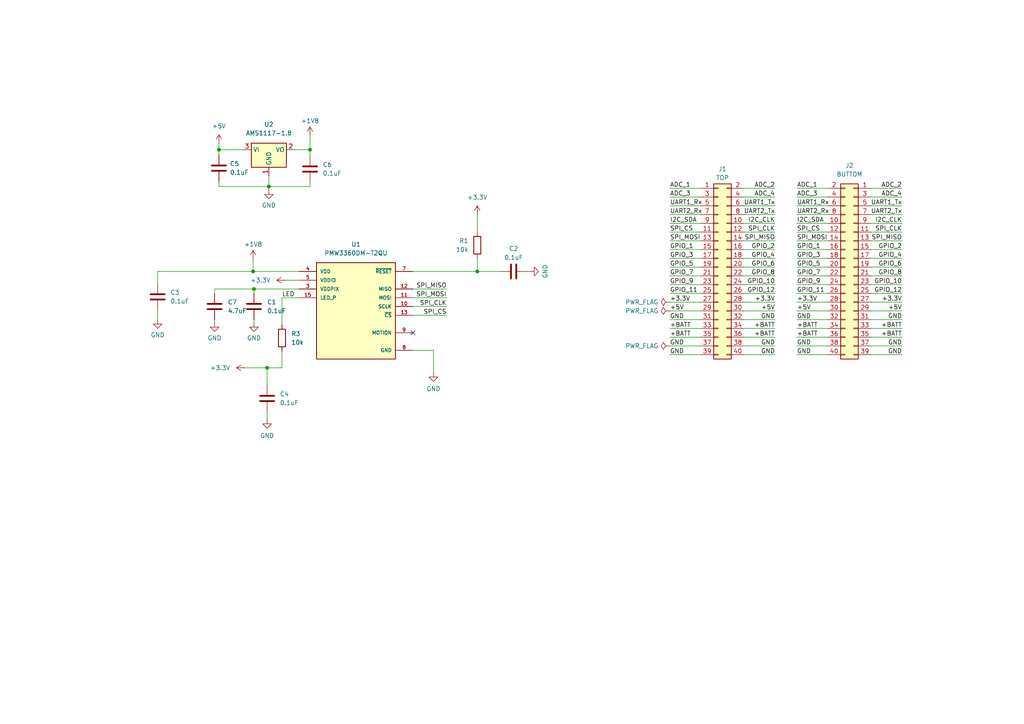
<source format=kicad_sch>
(kicad_sch (version 20230121) (generator eeschema)

  (uuid 988ee502-8596-4ebe-9b99-0eb76e7d156a)

  (paper "A4")

  (lib_symbols
    (symbol "Connector_Generic:Conn_02x20_Odd_Even" (pin_names (offset 1.016) hide) (in_bom yes) (on_board yes)
      (property "Reference" "J" (at 1.27 25.4 0)
        (effects (font (size 1.27 1.27)))
      )
      (property "Value" "Conn_02x20_Odd_Even" (at 1.27 -27.94 0)
        (effects (font (size 1.27 1.27)))
      )
      (property "Footprint" "" (at 0 0 0)
        (effects (font (size 1.27 1.27)) hide)
      )
      (property "Datasheet" "~" (at 0 0 0)
        (effects (font (size 1.27 1.27)) hide)
      )
      (property "ki_keywords" "connector" (at 0 0 0)
        (effects (font (size 1.27 1.27)) hide)
      )
      (property "ki_description" "Generic connector, double row, 02x20, odd/even pin numbering scheme (row 1 odd numbers, row 2 even numbers), script generated (kicad-library-utils/schlib/autogen/connector/)" (at 0 0 0)
        (effects (font (size 1.27 1.27)) hide)
      )
      (property "ki_fp_filters" "Connector*:*_2x??_*" (at 0 0 0)
        (effects (font (size 1.27 1.27)) hide)
      )
      (symbol "Conn_02x20_Odd_Even_1_1"
        (rectangle (start -1.27 -25.273) (end 0 -25.527)
          (stroke (width 0.1524) (type default))
          (fill (type none))
        )
        (rectangle (start -1.27 -22.733) (end 0 -22.987)
          (stroke (width 0.1524) (type default))
          (fill (type none))
        )
        (rectangle (start -1.27 -20.193) (end 0 -20.447)
          (stroke (width 0.1524) (type default))
          (fill (type none))
        )
        (rectangle (start -1.27 -17.653) (end 0 -17.907)
          (stroke (width 0.1524) (type default))
          (fill (type none))
        )
        (rectangle (start -1.27 -15.113) (end 0 -15.367)
          (stroke (width 0.1524) (type default))
          (fill (type none))
        )
        (rectangle (start -1.27 -12.573) (end 0 -12.827)
          (stroke (width 0.1524) (type default))
          (fill (type none))
        )
        (rectangle (start -1.27 -10.033) (end 0 -10.287)
          (stroke (width 0.1524) (type default))
          (fill (type none))
        )
        (rectangle (start -1.27 -7.493) (end 0 -7.747)
          (stroke (width 0.1524) (type default))
          (fill (type none))
        )
        (rectangle (start -1.27 -4.953) (end 0 -5.207)
          (stroke (width 0.1524) (type default))
          (fill (type none))
        )
        (rectangle (start -1.27 -2.413) (end 0 -2.667)
          (stroke (width 0.1524) (type default))
          (fill (type none))
        )
        (rectangle (start -1.27 0.127) (end 0 -0.127)
          (stroke (width 0.1524) (type default))
          (fill (type none))
        )
        (rectangle (start -1.27 2.667) (end 0 2.413)
          (stroke (width 0.1524) (type default))
          (fill (type none))
        )
        (rectangle (start -1.27 5.207) (end 0 4.953)
          (stroke (width 0.1524) (type default))
          (fill (type none))
        )
        (rectangle (start -1.27 7.747) (end 0 7.493)
          (stroke (width 0.1524) (type default))
          (fill (type none))
        )
        (rectangle (start -1.27 10.287) (end 0 10.033)
          (stroke (width 0.1524) (type default))
          (fill (type none))
        )
        (rectangle (start -1.27 12.827) (end 0 12.573)
          (stroke (width 0.1524) (type default))
          (fill (type none))
        )
        (rectangle (start -1.27 15.367) (end 0 15.113)
          (stroke (width 0.1524) (type default))
          (fill (type none))
        )
        (rectangle (start -1.27 17.907) (end 0 17.653)
          (stroke (width 0.1524) (type default))
          (fill (type none))
        )
        (rectangle (start -1.27 20.447) (end 0 20.193)
          (stroke (width 0.1524) (type default))
          (fill (type none))
        )
        (rectangle (start -1.27 22.987) (end 0 22.733)
          (stroke (width 0.1524) (type default))
          (fill (type none))
        )
        (rectangle (start -1.27 24.13) (end 3.81 -26.67)
          (stroke (width 0.254) (type default))
          (fill (type background))
        )
        (rectangle (start 3.81 -25.273) (end 2.54 -25.527)
          (stroke (width 0.1524) (type default))
          (fill (type none))
        )
        (rectangle (start 3.81 -22.733) (end 2.54 -22.987)
          (stroke (width 0.1524) (type default))
          (fill (type none))
        )
        (rectangle (start 3.81 -20.193) (end 2.54 -20.447)
          (stroke (width 0.1524) (type default))
          (fill (type none))
        )
        (rectangle (start 3.81 -17.653) (end 2.54 -17.907)
          (stroke (width 0.1524) (type default))
          (fill (type none))
        )
        (rectangle (start 3.81 -15.113) (end 2.54 -15.367)
          (stroke (width 0.1524) (type default))
          (fill (type none))
        )
        (rectangle (start 3.81 -12.573) (end 2.54 -12.827)
          (stroke (width 0.1524) (type default))
          (fill (type none))
        )
        (rectangle (start 3.81 -10.033) (end 2.54 -10.287)
          (stroke (width 0.1524) (type default))
          (fill (type none))
        )
        (rectangle (start 3.81 -7.493) (end 2.54 -7.747)
          (stroke (width 0.1524) (type default))
          (fill (type none))
        )
        (rectangle (start 3.81 -4.953) (end 2.54 -5.207)
          (stroke (width 0.1524) (type default))
          (fill (type none))
        )
        (rectangle (start 3.81 -2.413) (end 2.54 -2.667)
          (stroke (width 0.1524) (type default))
          (fill (type none))
        )
        (rectangle (start 3.81 0.127) (end 2.54 -0.127)
          (stroke (width 0.1524) (type default))
          (fill (type none))
        )
        (rectangle (start 3.81 2.667) (end 2.54 2.413)
          (stroke (width 0.1524) (type default))
          (fill (type none))
        )
        (rectangle (start 3.81 5.207) (end 2.54 4.953)
          (stroke (width 0.1524) (type default))
          (fill (type none))
        )
        (rectangle (start 3.81 7.747) (end 2.54 7.493)
          (stroke (width 0.1524) (type default))
          (fill (type none))
        )
        (rectangle (start 3.81 10.287) (end 2.54 10.033)
          (stroke (width 0.1524) (type default))
          (fill (type none))
        )
        (rectangle (start 3.81 12.827) (end 2.54 12.573)
          (stroke (width 0.1524) (type default))
          (fill (type none))
        )
        (rectangle (start 3.81 15.367) (end 2.54 15.113)
          (stroke (width 0.1524) (type default))
          (fill (type none))
        )
        (rectangle (start 3.81 17.907) (end 2.54 17.653)
          (stroke (width 0.1524) (type default))
          (fill (type none))
        )
        (rectangle (start 3.81 20.447) (end 2.54 20.193)
          (stroke (width 0.1524) (type default))
          (fill (type none))
        )
        (rectangle (start 3.81 22.987) (end 2.54 22.733)
          (stroke (width 0.1524) (type default))
          (fill (type none))
        )
        (pin passive line (at -5.08 22.86 0) (length 3.81)
          (name "Pin_1" (effects (font (size 1.27 1.27))))
          (number "1" (effects (font (size 1.27 1.27))))
        )
        (pin passive line (at 7.62 12.7 180) (length 3.81)
          (name "Pin_10" (effects (font (size 1.27 1.27))))
          (number "10" (effects (font (size 1.27 1.27))))
        )
        (pin passive line (at -5.08 10.16 0) (length 3.81)
          (name "Pin_11" (effects (font (size 1.27 1.27))))
          (number "11" (effects (font (size 1.27 1.27))))
        )
        (pin passive line (at 7.62 10.16 180) (length 3.81)
          (name "Pin_12" (effects (font (size 1.27 1.27))))
          (number "12" (effects (font (size 1.27 1.27))))
        )
        (pin passive line (at -5.08 7.62 0) (length 3.81)
          (name "Pin_13" (effects (font (size 1.27 1.27))))
          (number "13" (effects (font (size 1.27 1.27))))
        )
        (pin passive line (at 7.62 7.62 180) (length 3.81)
          (name "Pin_14" (effects (font (size 1.27 1.27))))
          (number "14" (effects (font (size 1.27 1.27))))
        )
        (pin passive line (at -5.08 5.08 0) (length 3.81)
          (name "Pin_15" (effects (font (size 1.27 1.27))))
          (number "15" (effects (font (size 1.27 1.27))))
        )
        (pin passive line (at 7.62 5.08 180) (length 3.81)
          (name "Pin_16" (effects (font (size 1.27 1.27))))
          (number "16" (effects (font (size 1.27 1.27))))
        )
        (pin passive line (at -5.08 2.54 0) (length 3.81)
          (name "Pin_17" (effects (font (size 1.27 1.27))))
          (number "17" (effects (font (size 1.27 1.27))))
        )
        (pin passive line (at 7.62 2.54 180) (length 3.81)
          (name "Pin_18" (effects (font (size 1.27 1.27))))
          (number "18" (effects (font (size 1.27 1.27))))
        )
        (pin passive line (at -5.08 0 0) (length 3.81)
          (name "Pin_19" (effects (font (size 1.27 1.27))))
          (number "19" (effects (font (size 1.27 1.27))))
        )
        (pin passive line (at 7.62 22.86 180) (length 3.81)
          (name "Pin_2" (effects (font (size 1.27 1.27))))
          (number "2" (effects (font (size 1.27 1.27))))
        )
        (pin passive line (at 7.62 0 180) (length 3.81)
          (name "Pin_20" (effects (font (size 1.27 1.27))))
          (number "20" (effects (font (size 1.27 1.27))))
        )
        (pin passive line (at -5.08 -2.54 0) (length 3.81)
          (name "Pin_21" (effects (font (size 1.27 1.27))))
          (number "21" (effects (font (size 1.27 1.27))))
        )
        (pin passive line (at 7.62 -2.54 180) (length 3.81)
          (name "Pin_22" (effects (font (size 1.27 1.27))))
          (number "22" (effects (font (size 1.27 1.27))))
        )
        (pin passive line (at -5.08 -5.08 0) (length 3.81)
          (name "Pin_23" (effects (font (size 1.27 1.27))))
          (number "23" (effects (font (size 1.27 1.27))))
        )
        (pin passive line (at 7.62 -5.08 180) (length 3.81)
          (name "Pin_24" (effects (font (size 1.27 1.27))))
          (number "24" (effects (font (size 1.27 1.27))))
        )
        (pin passive line (at -5.08 -7.62 0) (length 3.81)
          (name "Pin_25" (effects (font (size 1.27 1.27))))
          (number "25" (effects (font (size 1.27 1.27))))
        )
        (pin passive line (at 7.62 -7.62 180) (length 3.81)
          (name "Pin_26" (effects (font (size 1.27 1.27))))
          (number "26" (effects (font (size 1.27 1.27))))
        )
        (pin passive line (at -5.08 -10.16 0) (length 3.81)
          (name "Pin_27" (effects (font (size 1.27 1.27))))
          (number "27" (effects (font (size 1.27 1.27))))
        )
        (pin passive line (at 7.62 -10.16 180) (length 3.81)
          (name "Pin_28" (effects (font (size 1.27 1.27))))
          (number "28" (effects (font (size 1.27 1.27))))
        )
        (pin passive line (at -5.08 -12.7 0) (length 3.81)
          (name "Pin_29" (effects (font (size 1.27 1.27))))
          (number "29" (effects (font (size 1.27 1.27))))
        )
        (pin passive line (at -5.08 20.32 0) (length 3.81)
          (name "Pin_3" (effects (font (size 1.27 1.27))))
          (number "3" (effects (font (size 1.27 1.27))))
        )
        (pin passive line (at 7.62 -12.7 180) (length 3.81)
          (name "Pin_30" (effects (font (size 1.27 1.27))))
          (number "30" (effects (font (size 1.27 1.27))))
        )
        (pin passive line (at -5.08 -15.24 0) (length 3.81)
          (name "Pin_31" (effects (font (size 1.27 1.27))))
          (number "31" (effects (font (size 1.27 1.27))))
        )
        (pin passive line (at 7.62 -15.24 180) (length 3.81)
          (name "Pin_32" (effects (font (size 1.27 1.27))))
          (number "32" (effects (font (size 1.27 1.27))))
        )
        (pin passive line (at -5.08 -17.78 0) (length 3.81)
          (name "Pin_33" (effects (font (size 1.27 1.27))))
          (number "33" (effects (font (size 1.27 1.27))))
        )
        (pin passive line (at 7.62 -17.78 180) (length 3.81)
          (name "Pin_34" (effects (font (size 1.27 1.27))))
          (number "34" (effects (font (size 1.27 1.27))))
        )
        (pin passive line (at -5.08 -20.32 0) (length 3.81)
          (name "Pin_35" (effects (font (size 1.27 1.27))))
          (number "35" (effects (font (size 1.27 1.27))))
        )
        (pin passive line (at 7.62 -20.32 180) (length 3.81)
          (name "Pin_36" (effects (font (size 1.27 1.27))))
          (number "36" (effects (font (size 1.27 1.27))))
        )
        (pin passive line (at -5.08 -22.86 0) (length 3.81)
          (name "Pin_37" (effects (font (size 1.27 1.27))))
          (number "37" (effects (font (size 1.27 1.27))))
        )
        (pin passive line (at 7.62 -22.86 180) (length 3.81)
          (name "Pin_38" (effects (font (size 1.27 1.27))))
          (number "38" (effects (font (size 1.27 1.27))))
        )
        (pin passive line (at -5.08 -25.4 0) (length 3.81)
          (name "Pin_39" (effects (font (size 1.27 1.27))))
          (number "39" (effects (font (size 1.27 1.27))))
        )
        (pin passive line (at 7.62 20.32 180) (length 3.81)
          (name "Pin_4" (effects (font (size 1.27 1.27))))
          (number "4" (effects (font (size 1.27 1.27))))
        )
        (pin passive line (at 7.62 -25.4 180) (length 3.81)
          (name "Pin_40" (effects (font (size 1.27 1.27))))
          (number "40" (effects (font (size 1.27 1.27))))
        )
        (pin passive line (at -5.08 17.78 0) (length 3.81)
          (name "Pin_5" (effects (font (size 1.27 1.27))))
          (number "5" (effects (font (size 1.27 1.27))))
        )
        (pin passive line (at 7.62 17.78 180) (length 3.81)
          (name "Pin_6" (effects (font (size 1.27 1.27))))
          (number "6" (effects (font (size 1.27 1.27))))
        )
        (pin passive line (at -5.08 15.24 0) (length 3.81)
          (name "Pin_7" (effects (font (size 1.27 1.27))))
          (number "7" (effects (font (size 1.27 1.27))))
        )
        (pin passive line (at 7.62 15.24 180) (length 3.81)
          (name "Pin_8" (effects (font (size 1.27 1.27))))
          (number "8" (effects (font (size 1.27 1.27))))
        )
        (pin passive line (at -5.08 12.7 0) (length 3.81)
          (name "Pin_9" (effects (font (size 1.27 1.27))))
          (number "9" (effects (font (size 1.27 1.27))))
        )
      )
    )
    (symbol "Device:C" (pin_numbers hide) (pin_names (offset 0.254)) (in_bom yes) (on_board yes)
      (property "Reference" "C" (at 0.635 2.54 0)
        (effects (font (size 1.27 1.27)) (justify left))
      )
      (property "Value" "C" (at 0.635 -2.54 0)
        (effects (font (size 1.27 1.27)) (justify left))
      )
      (property "Footprint" "" (at 0.9652 -3.81 0)
        (effects (font (size 1.27 1.27)) hide)
      )
      (property "Datasheet" "~" (at 0 0 0)
        (effects (font (size 1.27 1.27)) hide)
      )
      (property "ki_keywords" "cap capacitor" (at 0 0 0)
        (effects (font (size 1.27 1.27)) hide)
      )
      (property "ki_description" "Unpolarized capacitor" (at 0 0 0)
        (effects (font (size 1.27 1.27)) hide)
      )
      (property "ki_fp_filters" "C_*" (at 0 0 0)
        (effects (font (size 1.27 1.27)) hide)
      )
      (symbol "C_0_1"
        (polyline
          (pts
            (xy -2.032 -0.762)
            (xy 2.032 -0.762)
          )
          (stroke (width 0.508) (type default))
          (fill (type none))
        )
        (polyline
          (pts
            (xy -2.032 0.762)
            (xy 2.032 0.762)
          )
          (stroke (width 0.508) (type default))
          (fill (type none))
        )
      )
      (symbol "C_1_1"
        (pin passive line (at 0 3.81 270) (length 2.794)
          (name "~" (effects (font (size 1.27 1.27))))
          (number "1" (effects (font (size 1.27 1.27))))
        )
        (pin passive line (at 0 -3.81 90) (length 2.794)
          (name "~" (effects (font (size 1.27 1.27))))
          (number "2" (effects (font (size 1.27 1.27))))
        )
      )
    )
    (symbol "Device:R" (pin_numbers hide) (pin_names (offset 0)) (in_bom yes) (on_board yes)
      (property "Reference" "R" (at 2.032 0 90)
        (effects (font (size 1.27 1.27)))
      )
      (property "Value" "R" (at 0 0 90)
        (effects (font (size 1.27 1.27)))
      )
      (property "Footprint" "" (at -1.778 0 90)
        (effects (font (size 1.27 1.27)) hide)
      )
      (property "Datasheet" "~" (at 0 0 0)
        (effects (font (size 1.27 1.27)) hide)
      )
      (property "ki_keywords" "R res resistor" (at 0 0 0)
        (effects (font (size 1.27 1.27)) hide)
      )
      (property "ki_description" "Resistor" (at 0 0 0)
        (effects (font (size 1.27 1.27)) hide)
      )
      (property "ki_fp_filters" "R_*" (at 0 0 0)
        (effects (font (size 1.27 1.27)) hide)
      )
      (symbol "R_0_1"
        (rectangle (start -1.016 -2.54) (end 1.016 2.54)
          (stroke (width 0.254) (type default))
          (fill (type none))
        )
      )
      (symbol "R_1_1"
        (pin passive line (at 0 3.81 270) (length 1.27)
          (name "~" (effects (font (size 1.27 1.27))))
          (number "1" (effects (font (size 1.27 1.27))))
        )
        (pin passive line (at 0 -3.81 90) (length 1.27)
          (name "~" (effects (font (size 1.27 1.27))))
          (number "2" (effects (font (size 1.27 1.27))))
        )
      )
    )
    (symbol "PMW3360DM:PMW3360DM-T2QU" (pin_names (offset 1.016)) (in_bom yes) (on_board yes)
      (property "Reference" "U" (at -12.7 13.335 0)
        (effects (font (size 1.27 1.27)) (justify left bottom))
      )
      (property "Value" "PMW3360DM-T2QU" (at -12.7 -17.78 0)
        (effects (font (size 1.27 1.27)) (justify left bottom))
      )
      (property "Footprint" "" (at 0 0 0)
        (effects (font (size 1.27 1.27)) hide)
      )
      (property "Datasheet" "" (at 0 0 0)
        (effects (font (size 1.27 1.27)) hide)
      )
      (property "MANUFACTURER_NAME" "PixArt Imaging Inc." (at 0 0 0)
        (effects (font (size 1.27 1.27)) (justify bottom) hide)
      )
      (property "MOUSER_PRICE-STOCK" "" (at 0 0 0)
        (effects (font (size 1.27 1.27)) (justify bottom) hide)
      )
      (property "DESCRIPTION" "Optical gaming navigation sensor" (at 0 0 0)
        (effects (font (size 1.27 1.27)) (justify bottom) hide)
      )
      (property "MOUSER_PART_NUMBER" "" (at 0 0 0)
        (effects (font (size 1.27 1.27)) (justify bottom) hide)
      )
      (property "HEIGHT" "mm" (at 0 0 0)
        (effects (font (size 1.27 1.27)) (justify bottom) hide)
      )
      (property "ARROW_PRICE-STOCK" "" (at 0 0 0)
        (effects (font (size 1.27 1.27)) (justify bottom) hide)
      )
      (property "ARROW_PART_NUMBER" "" (at 0 0 0)
        (effects (font (size 1.27 1.27)) (justify bottom) hide)
      )
      (property "MANUFACTURER_PART_NUMBER" "PMW3360DM-T2QU" (at 0 0 0)
        (effects (font (size 1.27 1.27)) (justify bottom) hide)
      )
      (symbol "PMW3360DM-T2QU_0_0"
        (rectangle (start -12.7 -15.24) (end 10.16 12.7)
          (stroke (width 0.254) (type default))
          (fill (type background))
        )
        (pin bidirectional line (at 15.24 0 180) (length 5.08)
          (name "SCLK" (effects (font (size 1.016 1.016))))
          (number "10" (effects (font (size 1.016 1.016))))
        )
        (pin bidirectional line (at 15.24 2.54 180) (length 5.08)
          (name "MOSI" (effects (font (size 1.016 1.016))))
          (number "11" (effects (font (size 1.016 1.016))))
        )
        (pin bidirectional line (at 15.24 5.08 180) (length 5.08)
          (name "MISO" (effects (font (size 1.016 1.016))))
          (number "12" (effects (font (size 1.016 1.016))))
        )
        (pin bidirectional line (at 15.24 -2.54 180) (length 5.08)
          (name "~{CS}" (effects (font (size 1.016 1.016))))
          (number "13" (effects (font (size 1.016 1.016))))
        )
        (pin bidirectional line (at -17.78 2.54 0) (length 5.08)
          (name "LED_P" (effects (font (size 1.016 1.016))))
          (number "15" (effects (font (size 1.016 1.016))))
        )
        (pin bidirectional line (at -17.78 5.08 0) (length 5.08)
          (name "VDDPIX" (effects (font (size 1.016 1.016))))
          (number "3" (effects (font (size 1.016 1.016))))
        )
        (pin bidirectional line (at -17.78 10.16 0) (length 5.08)
          (name "VDD" (effects (font (size 1.016 1.016))))
          (number "4" (effects (font (size 1.016 1.016))))
        )
        (pin bidirectional line (at -17.78 7.62 0) (length 5.08)
          (name "VDDIO" (effects (font (size 1.016 1.016))))
          (number "5" (effects (font (size 1.016 1.016))))
        )
        (pin bidirectional line (at 15.24 10.16 180) (length 5.08)
          (name "~{RESET}" (effects (font (size 1.016 1.016))))
          (number "7" (effects (font (size 1.016 1.016))))
        )
        (pin bidirectional line (at 15.24 -12.7 180) (length 5.08)
          (name "GND" (effects (font (size 1.016 1.016))))
          (number "8" (effects (font (size 1.016 1.016))))
        )
        (pin bidirectional line (at 15.24 -7.62 180) (length 5.08)
          (name "MOTION" (effects (font (size 1.016 1.016))))
          (number "9" (effects (font (size 1.016 1.016))))
        )
      )
    )
    (symbol "Regulator_Linear:AMS1117-1.8" (in_bom yes) (on_board yes)
      (property "Reference" "U" (at -3.81 3.175 0)
        (effects (font (size 1.27 1.27)))
      )
      (property "Value" "AMS1117-1.8" (at 0 3.175 0)
        (effects (font (size 1.27 1.27)) (justify left))
      )
      (property "Footprint" "Package_TO_SOT_SMD:SOT-223-3_TabPin2" (at 0 5.08 0)
        (effects (font (size 1.27 1.27)) hide)
      )
      (property "Datasheet" "http://www.advanced-monolithic.com/pdf/ds1117.pdf" (at 2.54 -6.35 0)
        (effects (font (size 1.27 1.27)) hide)
      )
      (property "ki_keywords" "linear regulator ldo fixed positive" (at 0 0 0)
        (effects (font (size 1.27 1.27)) hide)
      )
      (property "ki_description" "1A Low Dropout regulator, positive, 1.8V fixed output, SOT-223" (at 0 0 0)
        (effects (font (size 1.27 1.27)) hide)
      )
      (property "ki_fp_filters" "SOT?223*TabPin2*" (at 0 0 0)
        (effects (font (size 1.27 1.27)) hide)
      )
      (symbol "AMS1117-1.8_0_1"
        (rectangle (start -5.08 -5.08) (end 5.08 1.905)
          (stroke (width 0.254) (type default))
          (fill (type background))
        )
      )
      (symbol "AMS1117-1.8_1_1"
        (pin power_in line (at 0 -7.62 90) (length 2.54)
          (name "GND" (effects (font (size 1.27 1.27))))
          (number "1" (effects (font (size 1.27 1.27))))
        )
        (pin power_out line (at 7.62 0 180) (length 2.54)
          (name "VO" (effects (font (size 1.27 1.27))))
          (number "2" (effects (font (size 1.27 1.27))))
        )
        (pin power_in line (at -7.62 0 0) (length 2.54)
          (name "VI" (effects (font (size 1.27 1.27))))
          (number "3" (effects (font (size 1.27 1.27))))
        )
      )
    )
    (symbol "power:+1V8" (power) (pin_names (offset 0)) (in_bom yes) (on_board yes)
      (property "Reference" "#PWR" (at 0 -3.81 0)
        (effects (font (size 1.27 1.27)) hide)
      )
      (property "Value" "+1V8" (at 0 3.556 0)
        (effects (font (size 1.27 1.27)))
      )
      (property "Footprint" "" (at 0 0 0)
        (effects (font (size 1.27 1.27)) hide)
      )
      (property "Datasheet" "" (at 0 0 0)
        (effects (font (size 1.27 1.27)) hide)
      )
      (property "ki_keywords" "global power" (at 0 0 0)
        (effects (font (size 1.27 1.27)) hide)
      )
      (property "ki_description" "Power symbol creates a global label with name \"+1V8\"" (at 0 0 0)
        (effects (font (size 1.27 1.27)) hide)
      )
      (symbol "+1V8_0_1"
        (polyline
          (pts
            (xy -0.762 1.27)
            (xy 0 2.54)
          )
          (stroke (width 0) (type default))
          (fill (type none))
        )
        (polyline
          (pts
            (xy 0 0)
            (xy 0 2.54)
          )
          (stroke (width 0) (type default))
          (fill (type none))
        )
        (polyline
          (pts
            (xy 0 2.54)
            (xy 0.762 1.27)
          )
          (stroke (width 0) (type default))
          (fill (type none))
        )
      )
      (symbol "+1V8_1_1"
        (pin power_in line (at 0 0 90) (length 0) hide
          (name "+1V8" (effects (font (size 1.27 1.27))))
          (number "1" (effects (font (size 1.27 1.27))))
        )
      )
    )
    (symbol "power:+3.3V" (power) (pin_names (offset 0)) (in_bom yes) (on_board yes)
      (property "Reference" "#PWR" (at 0 -3.81 0)
        (effects (font (size 1.27 1.27)) hide)
      )
      (property "Value" "+3.3V" (at 0 3.556 0)
        (effects (font (size 1.27 1.27)))
      )
      (property "Footprint" "" (at 0 0 0)
        (effects (font (size 1.27 1.27)) hide)
      )
      (property "Datasheet" "" (at 0 0 0)
        (effects (font (size 1.27 1.27)) hide)
      )
      (property "ki_keywords" "global power" (at 0 0 0)
        (effects (font (size 1.27 1.27)) hide)
      )
      (property "ki_description" "Power symbol creates a global label with name \"+3.3V\"" (at 0 0 0)
        (effects (font (size 1.27 1.27)) hide)
      )
      (symbol "+3.3V_0_1"
        (polyline
          (pts
            (xy -0.762 1.27)
            (xy 0 2.54)
          )
          (stroke (width 0) (type default))
          (fill (type none))
        )
        (polyline
          (pts
            (xy 0 0)
            (xy 0 2.54)
          )
          (stroke (width 0) (type default))
          (fill (type none))
        )
        (polyline
          (pts
            (xy 0 2.54)
            (xy 0.762 1.27)
          )
          (stroke (width 0) (type default))
          (fill (type none))
        )
      )
      (symbol "+3.3V_1_1"
        (pin power_in line (at 0 0 90) (length 0) hide
          (name "+3.3V" (effects (font (size 1.27 1.27))))
          (number "1" (effects (font (size 1.27 1.27))))
        )
      )
    )
    (symbol "power:+5V" (power) (pin_names (offset 0)) (in_bom yes) (on_board yes)
      (property "Reference" "#PWR" (at 0 -3.81 0)
        (effects (font (size 1.27 1.27)) hide)
      )
      (property "Value" "+5V" (at 0 3.556 0)
        (effects (font (size 1.27 1.27)))
      )
      (property "Footprint" "" (at 0 0 0)
        (effects (font (size 1.27 1.27)) hide)
      )
      (property "Datasheet" "" (at 0 0 0)
        (effects (font (size 1.27 1.27)) hide)
      )
      (property "ki_keywords" "global power" (at 0 0 0)
        (effects (font (size 1.27 1.27)) hide)
      )
      (property "ki_description" "Power symbol creates a global label with name \"+5V\"" (at 0 0 0)
        (effects (font (size 1.27 1.27)) hide)
      )
      (symbol "+5V_0_1"
        (polyline
          (pts
            (xy -0.762 1.27)
            (xy 0 2.54)
          )
          (stroke (width 0) (type default))
          (fill (type none))
        )
        (polyline
          (pts
            (xy 0 0)
            (xy 0 2.54)
          )
          (stroke (width 0) (type default))
          (fill (type none))
        )
        (polyline
          (pts
            (xy 0 2.54)
            (xy 0.762 1.27)
          )
          (stroke (width 0) (type default))
          (fill (type none))
        )
      )
      (symbol "+5V_1_1"
        (pin power_in line (at 0 0 90) (length 0) hide
          (name "+5V" (effects (font (size 1.27 1.27))))
          (number "1" (effects (font (size 1.27 1.27))))
        )
      )
    )
    (symbol "power:GND" (power) (pin_names (offset 0)) (in_bom yes) (on_board yes)
      (property "Reference" "#PWR" (at 0 -6.35 0)
        (effects (font (size 1.27 1.27)) hide)
      )
      (property "Value" "GND" (at 0 -3.81 0)
        (effects (font (size 1.27 1.27)))
      )
      (property "Footprint" "" (at 0 0 0)
        (effects (font (size 1.27 1.27)) hide)
      )
      (property "Datasheet" "" (at 0 0 0)
        (effects (font (size 1.27 1.27)) hide)
      )
      (property "ki_keywords" "global power" (at 0 0 0)
        (effects (font (size 1.27 1.27)) hide)
      )
      (property "ki_description" "Power symbol creates a global label with name \"GND\" , ground" (at 0 0 0)
        (effects (font (size 1.27 1.27)) hide)
      )
      (symbol "GND_0_1"
        (polyline
          (pts
            (xy 0 0)
            (xy 0 -1.27)
            (xy 1.27 -1.27)
            (xy 0 -2.54)
            (xy -1.27 -1.27)
            (xy 0 -1.27)
          )
          (stroke (width 0) (type default))
          (fill (type none))
        )
      )
      (symbol "GND_1_1"
        (pin power_in line (at 0 0 270) (length 0) hide
          (name "GND" (effects (font (size 1.27 1.27))))
          (number "1" (effects (font (size 1.27 1.27))))
        )
      )
    )
    (symbol "power:PWR_FLAG" (power) (pin_numbers hide) (pin_names (offset 0) hide) (in_bom yes) (on_board yes)
      (property "Reference" "#FLG" (at 0 1.905 0)
        (effects (font (size 1.27 1.27)) hide)
      )
      (property "Value" "PWR_FLAG" (at 0 3.81 0)
        (effects (font (size 1.27 1.27)))
      )
      (property "Footprint" "" (at 0 0 0)
        (effects (font (size 1.27 1.27)) hide)
      )
      (property "Datasheet" "~" (at 0 0 0)
        (effects (font (size 1.27 1.27)) hide)
      )
      (property "ki_keywords" "flag power" (at 0 0 0)
        (effects (font (size 1.27 1.27)) hide)
      )
      (property "ki_description" "Special symbol for telling ERC where power comes from" (at 0 0 0)
        (effects (font (size 1.27 1.27)) hide)
      )
      (symbol "PWR_FLAG_0_0"
        (pin power_out line (at 0 0 90) (length 0)
          (name "pwr" (effects (font (size 1.27 1.27))))
          (number "1" (effects (font (size 1.27 1.27))))
        )
      )
      (symbol "PWR_FLAG_0_1"
        (polyline
          (pts
            (xy 0 0)
            (xy 0 1.27)
            (xy -1.016 1.905)
            (xy 0 2.54)
            (xy 1.016 1.905)
            (xy 0 1.27)
          )
          (stroke (width 0) (type default))
          (fill (type none))
        )
      )
    )
  )

  (junction (at 77.978 54.102) (diameter 0) (color 0 0 0 0)
    (uuid 637d487a-c42c-4824-a054-62b85ca0e654)
  )
  (junction (at 73.406 78.74) (diameter 0) (color 0 0 0 0)
    (uuid 6a9a83de-e68c-4caa-a752-1e0a9033bb43)
  )
  (junction (at 73.66 83.82) (diameter 0) (color 0 0 0 0)
    (uuid 7ff12e7a-4906-4ce0-a063-8c39a764d88f)
  )
  (junction (at 138.43 78.74) (diameter 0) (color 0 0 0 0)
    (uuid 87008129-f43e-4bb0-b6ec-947390fc0d88)
  )
  (junction (at 63.5 43.434) (diameter 0) (color 0 0 0 0)
    (uuid 9f65b179-369e-4584-b09b-80b49d8eae34)
  )
  (junction (at 77.47 106.68) (diameter 0) (color 0 0 0 0)
    (uuid c659e7c3-616b-485f-a1af-1142a872e900)
  )
  (junction (at 89.916 43.434) (diameter 0) (color 0 0 0 0)
    (uuid cfd2e844-7af5-4417-b891-d29183ae1706)
  )

  (no_connect (at 119.761 96.52) (uuid bfa0716e-edac-48b7-ac3a-1d1eb5ec3f75))

  (wire (pts (xy 77.47 121.666) (xy 77.47 119.38))
    (stroke (width 0) (type default))
    (uuid 028dfb8c-4814-4029-8af5-afc75c33fc09)
  )
  (wire (pts (xy 194.31 80.01) (xy 203.2 80.01))
    (stroke (width 0) (type default))
    (uuid 03187d43-87eb-4cd3-a51d-f304f1154cba)
  )
  (wire (pts (xy 194.31 85.09) (xy 203.2 85.09))
    (stroke (width 0) (type default))
    (uuid 05312edf-2a90-4ef7-809d-1c0cf3c82451)
  )
  (wire (pts (xy 194.31 77.47) (xy 203.2 77.47))
    (stroke (width 0) (type default))
    (uuid 061d7c8b-4d81-49d3-99ee-2c2793af991a)
  )
  (wire (pts (xy 63.5 43.434) (xy 63.5 44.958))
    (stroke (width 0) (type default))
    (uuid 09f5a63b-4cd7-4914-8171-b3a9646c6969)
  )
  (wire (pts (xy 224.79 90.17) (xy 215.9 90.17))
    (stroke (width 0) (type default))
    (uuid 09f699f7-208b-4bd5-aeac-8f69bcc20cac)
  )
  (wire (pts (xy 194.31 92.71) (xy 203.2 92.71))
    (stroke (width 0) (type default))
    (uuid 0d3d31ab-0820-4e29-9958-428cfc9b98e0)
  )
  (wire (pts (xy 194.31 62.23) (xy 203.2 62.23))
    (stroke (width 0) (type default))
    (uuid 0e496764-4f03-4475-a61f-fd74255ad21a)
  )
  (wire (pts (xy 194.31 69.85) (xy 203.2 69.85))
    (stroke (width 0) (type default))
    (uuid 0f619d46-bbc3-41de-bdb9-806a3a04cfad)
  )
  (wire (pts (xy 261.62 82.55) (xy 252.73 82.55))
    (stroke (width 0) (type default))
    (uuid 1417a9fd-22ae-4f2b-a49e-37ba77db54bf)
  )
  (wire (pts (xy 194.31 97.79) (xy 203.2 97.79))
    (stroke (width 0) (type default))
    (uuid 1497d5a3-b7cf-4ced-95da-bbbee2224d72)
  )
  (wire (pts (xy 261.62 92.71) (xy 252.73 92.71))
    (stroke (width 0) (type default))
    (uuid 14aafbd4-f66b-47f8-a5ed-6cc01d56cab2)
  )
  (wire (pts (xy 119.761 83.82) (xy 129.54 83.82))
    (stroke (width 0) (type default))
    (uuid 17d16f7b-fd61-460e-8f27-52e40766e934)
  )
  (wire (pts (xy 224.79 95.25) (xy 215.9 95.25))
    (stroke (width 0) (type default))
    (uuid 1bf8a16f-9756-4cef-a689-9af9d04feddb)
  )
  (wire (pts (xy 261.62 62.23) (xy 252.73 62.23))
    (stroke (width 0) (type default))
    (uuid 20ef6786-f8ac-4543-beb4-ba2527cbcd20)
  )
  (wire (pts (xy 261.62 90.17) (xy 252.73 90.17))
    (stroke (width 0) (type default))
    (uuid 220c630a-9f1e-48bb-ad30-293123bae85c)
  )
  (wire (pts (xy 224.79 100.33) (xy 215.9 100.33))
    (stroke (width 0) (type default))
    (uuid 254ad4b9-63f2-415b-bd55-9e253598458a)
  )
  (wire (pts (xy 261.62 100.33) (xy 252.73 100.33))
    (stroke (width 0) (type default))
    (uuid 27405339-a1e2-4f9c-8456-bbf10b0e454a)
  )
  (wire (pts (xy 89.916 39.37) (xy 89.916 43.434))
    (stroke (width 0) (type default))
    (uuid 2744749e-980d-4cd9-ba3a-e0a2515efd43)
  )
  (wire (pts (xy 194.31 67.31) (xy 203.2 67.31))
    (stroke (width 0) (type default))
    (uuid 27aa4bfe-c610-4735-bdc0-d82f92c18fc7)
  )
  (wire (pts (xy 231.14 72.39) (xy 240.03 72.39))
    (stroke (width 0) (type default))
    (uuid 2816e545-086f-44a5-87fe-51df7ea3de2f)
  )
  (wire (pts (xy 85.598 43.434) (xy 89.916 43.434))
    (stroke (width 0) (type default))
    (uuid 28c7dd51-6324-4743-bf93-447f1dd2154f)
  )
  (wire (pts (xy 77.978 54.102) (xy 89.916 54.102))
    (stroke (width 0) (type default))
    (uuid 2b772cf8-87e6-4f5a-93b5-c0aa14c58f80)
  )
  (wire (pts (xy 63.5 52.578) (xy 63.5 54.102))
    (stroke (width 0) (type default))
    (uuid 2cb80c4e-cdfd-4958-b0a7-e65efd3120cd)
  )
  (wire (pts (xy 231.14 74.93) (xy 240.03 74.93))
    (stroke (width 0) (type default))
    (uuid 2e42cbb8-11c9-400c-a5a6-03fae769749f)
  )
  (wire (pts (xy 194.31 82.55) (xy 203.2 82.55))
    (stroke (width 0) (type default))
    (uuid 2e7a2cad-e64d-49f4-95e0-fde6d38bd5bc)
  )
  (wire (pts (xy 231.14 102.87) (xy 240.03 102.87))
    (stroke (width 0) (type default))
    (uuid 300dbaa1-ccb3-40de-9725-c89105ea40cd)
  )
  (wire (pts (xy 194.31 87.63) (xy 203.2 87.63))
    (stroke (width 0) (type default))
    (uuid 3078127b-7e1d-4771-8420-f3123a574b95)
  )
  (wire (pts (xy 194.31 64.77) (xy 203.2 64.77))
    (stroke (width 0) (type default))
    (uuid 33b44d4f-1d9b-4f9b-95cc-ceb6c0b5273b)
  )
  (wire (pts (xy 138.43 78.74) (xy 145.161 78.74))
    (stroke (width 0) (type default))
    (uuid 3439e086-9fb6-4aed-96b8-8aab3a93d77b)
  )
  (wire (pts (xy 63.5 54.102) (xy 77.978 54.102))
    (stroke (width 0) (type default))
    (uuid 34a219f0-4c3c-491b-a817-22fda8e4d36d)
  )
  (wire (pts (xy 224.79 54.61) (xy 215.9 54.61))
    (stroke (width 0) (type default))
    (uuid 35f536bf-76a9-4396-906e-da51128cc76c)
  )
  (wire (pts (xy 224.79 67.31) (xy 215.9 67.31))
    (stroke (width 0) (type default))
    (uuid 371e0f0e-cd1f-436a-b5a7-474a12694951)
  )
  (wire (pts (xy 261.62 59.69) (xy 252.73 59.69))
    (stroke (width 0) (type default))
    (uuid 3b83db31-3b23-49bb-9504-cd2d164b07e1)
  )
  (wire (pts (xy 81.788 106.68) (xy 81.788 101.854))
    (stroke (width 0) (type default))
    (uuid 3c1d04ca-2ee0-44c4-9e75-9730eab8c301)
  )
  (wire (pts (xy 73.66 92.71) (xy 73.66 93.599))
    (stroke (width 0) (type default))
    (uuid 3c2b723f-33f2-4382-a9f1-d7948fa96439)
  )
  (wire (pts (xy 224.79 69.85) (xy 215.9 69.85))
    (stroke (width 0) (type default))
    (uuid 3d34ae4e-53ea-45f3-8518-218cda1acce1)
  )
  (wire (pts (xy 231.14 69.85) (xy 240.03 69.85))
    (stroke (width 0) (type default))
    (uuid 3dfdcd85-2a34-436c-b22e-aaccd132e7a5)
  )
  (wire (pts (xy 224.79 87.63) (xy 215.9 87.63))
    (stroke (width 0) (type default))
    (uuid 40ffcf82-44dd-451c-8c76-2465b9b95c6c)
  )
  (wire (pts (xy 231.14 82.55) (xy 240.03 82.55))
    (stroke (width 0) (type default))
    (uuid 41de77bc-2b1a-4779-b6f7-5ef2a19072ed)
  )
  (wire (pts (xy 77.47 106.68) (xy 81.788 106.68))
    (stroke (width 0) (type default))
    (uuid 42601ce2-971c-4650-8196-718f2b1ee429)
  )
  (wire (pts (xy 86.741 83.82) (xy 73.66 83.82))
    (stroke (width 0) (type default))
    (uuid 43bf15a3-7ffe-4895-af4b-0dbd43422912)
  )
  (wire (pts (xy 224.79 64.77) (xy 215.9 64.77))
    (stroke (width 0) (type default))
    (uuid 4b4bcf51-6b60-45f5-b0f9-5745718e6a1d)
  )
  (wire (pts (xy 261.62 77.47) (xy 252.73 77.47))
    (stroke (width 0) (type default))
    (uuid 4e47037d-67ea-4b4d-82bb-965c75f7c9e5)
  )
  (wire (pts (xy 89.916 43.434) (xy 89.916 45.212))
    (stroke (width 0) (type default))
    (uuid 4fa81a54-82ad-4bca-bd2e-78d4eb434d16)
  )
  (wire (pts (xy 261.62 67.31) (xy 252.73 67.31))
    (stroke (width 0) (type default))
    (uuid 50cb8d31-3e1d-4dac-bdb3-99752b876402)
  )
  (wire (pts (xy 224.79 74.93) (xy 215.9 74.93))
    (stroke (width 0) (type default))
    (uuid 50ed8d09-0a76-4854-a48e-8dfd6d26376a)
  )
  (wire (pts (xy 73.406 75.184) (xy 73.406 78.74))
    (stroke (width 0) (type default))
    (uuid 5144282e-d7fb-46be-882e-003fcefabc2e)
  )
  (wire (pts (xy 261.62 97.79) (xy 252.73 97.79))
    (stroke (width 0) (type default))
    (uuid 535fd58c-3806-4ccc-996d-6faa210dc4e4)
  )
  (wire (pts (xy 231.14 92.71) (xy 240.03 92.71))
    (stroke (width 0) (type default))
    (uuid 5409842f-197e-4665-82e4-de5f422c359e)
  )
  (wire (pts (xy 194.31 74.93) (xy 203.2 74.93))
    (stroke (width 0) (type default))
    (uuid 543c98cf-d701-4849-9350-5c1b2b441168)
  )
  (wire (pts (xy 224.79 102.87) (xy 215.9 102.87))
    (stroke (width 0) (type default))
    (uuid 57f28671-045e-4833-9e38-f6bd512fcdf6)
  )
  (wire (pts (xy 224.79 62.23) (xy 215.9 62.23))
    (stroke (width 0) (type default))
    (uuid 5c126f54-9489-4f42-94df-06088b394727)
  )
  (wire (pts (xy 152.781 78.74) (xy 153.67 78.74))
    (stroke (width 0) (type default))
    (uuid 5d9863e2-c76d-4adf-83e1-108cff1efa69)
  )
  (wire (pts (xy 261.62 74.93) (xy 252.73 74.93))
    (stroke (width 0) (type default))
    (uuid 60fdc6de-db50-4cb1-ae04-4b2d7c1ec9e5)
  )
  (wire (pts (xy 261.62 64.77) (xy 252.73 64.77))
    (stroke (width 0) (type default))
    (uuid 6167fdb1-b194-4d63-bfdd-939cae244201)
  )
  (wire (pts (xy 194.31 54.61) (xy 203.2 54.61))
    (stroke (width 0) (type default))
    (uuid 627d82fd-3108-4736-81c2-ac0802e22e8d)
  )
  (wire (pts (xy 62.23 85.09) (xy 62.23 83.82))
    (stroke (width 0) (type default))
    (uuid 677375be-1165-455c-a301-bb3300fc2aa9)
  )
  (wire (pts (xy 194.31 100.33) (xy 203.2 100.33))
    (stroke (width 0) (type default))
    (uuid 6778867e-d202-41d0-bfcf-4dc309e4e470)
  )
  (wire (pts (xy 231.14 80.01) (xy 240.03 80.01))
    (stroke (width 0) (type default))
    (uuid 69616e86-90ed-4cbd-ab49-7d689bc6a61e)
  )
  (wire (pts (xy 71.12 106.68) (xy 77.47 106.68))
    (stroke (width 0) (type default))
    (uuid 6e40a083-bfa7-43f6-8e98-0ce1e861c787)
  )
  (wire (pts (xy 261.62 85.09) (xy 252.73 85.09))
    (stroke (width 0) (type default))
    (uuid 717dc543-a5c3-49ad-9f20-08796c910d7e)
  )
  (wire (pts (xy 81.788 86.36) (xy 81.788 94.234))
    (stroke (width 0) (type default))
    (uuid 7497ff46-19f7-4727-9858-15a23b58aaba)
  )
  (wire (pts (xy 138.43 74.93) (xy 138.43 78.74))
    (stroke (width 0) (type default))
    (uuid 7690f8e9-249f-4bc3-aaf5-9b99cb24f067)
  )
  (wire (pts (xy 125.73 101.6) (xy 125.73 108.077))
    (stroke (width 0) (type default))
    (uuid 783e0b90-fbfb-4de2-8656-3d094159ffff)
  )
  (wire (pts (xy 77.47 106.68) (xy 77.47 111.76))
    (stroke (width 0) (type default))
    (uuid 790cd952-7e81-4aa1-8dd0-c639b0f0b465)
  )
  (wire (pts (xy 261.62 80.01) (xy 252.73 80.01))
    (stroke (width 0) (type default))
    (uuid 7a7b3859-e800-471f-bff7-973af578a782)
  )
  (wire (pts (xy 224.79 59.69) (xy 215.9 59.69))
    (stroke (width 0) (type default))
    (uuid 7c30c42c-8ebe-4621-8877-d336f7bf9793)
  )
  (wire (pts (xy 194.31 72.39) (xy 203.2 72.39))
    (stroke (width 0) (type default))
    (uuid 81e0be76-32bc-4d7f-aabc-71029ce80bba)
  )
  (wire (pts (xy 231.14 85.09) (xy 240.03 85.09))
    (stroke (width 0) (type default))
    (uuid 82e8d600-90fd-4de5-bf80-828e517a3ae8)
  )
  (wire (pts (xy 194.31 95.25) (xy 203.2 95.25))
    (stroke (width 0) (type default))
    (uuid 85f8f258-11d9-432b-a9d6-78235d14c312)
  )
  (wire (pts (xy 89.916 54.102) (xy 89.916 52.832))
    (stroke (width 0) (type default))
    (uuid 8c245bfe-5f19-4e41-99fb-b13e516ddd5d)
  )
  (wire (pts (xy 129.54 88.9) (xy 119.761 88.9))
    (stroke (width 0) (type default))
    (uuid 8ed5e04a-6bd7-4a14-b667-f1e3e77a5836)
  )
  (wire (pts (xy 129.54 91.44) (xy 119.761 91.44))
    (stroke (width 0) (type default))
    (uuid 924ee101-2534-42a0-86c7-f2c566928d3f)
  )
  (wire (pts (xy 231.14 59.69) (xy 240.03 59.69))
    (stroke (width 0) (type default))
    (uuid 980c3cfc-60b0-47e9-b6cf-f0a6c2b51e6e)
  )
  (wire (pts (xy 231.14 90.17) (xy 240.03 90.17))
    (stroke (width 0) (type default))
    (uuid 9b606ffe-9cf0-42d6-a0e4-6a4e95eae5d6)
  )
  (wire (pts (xy 138.43 62.23) (xy 138.43 67.31))
    (stroke (width 0) (type default))
    (uuid 9d08044f-fa8d-4f5d-a28c-82c83bb6cb55)
  )
  (wire (pts (xy 231.14 67.31) (xy 240.03 67.31))
    (stroke (width 0) (type default))
    (uuid 9d631cf5-b9e0-4afd-b4a7-bc0b670ff557)
  )
  (wire (pts (xy 129.54 86.36) (xy 119.761 86.36))
    (stroke (width 0) (type default))
    (uuid 9df32d2b-95cd-4436-b962-61a44e659960)
  )
  (wire (pts (xy 224.79 85.09) (xy 215.9 85.09))
    (stroke (width 0) (type default))
    (uuid a0ae3ed5-c4cb-40b6-8000-debeecd38dbf)
  )
  (wire (pts (xy 224.79 97.79) (xy 215.9 97.79))
    (stroke (width 0) (type default))
    (uuid a3734ef4-ddad-4cd5-9f5e-0ebbeb826412)
  )
  (wire (pts (xy 261.62 72.39) (xy 252.73 72.39))
    (stroke (width 0) (type default))
    (uuid a657d283-f5bb-4c7d-956e-d25b6df9aad3)
  )
  (wire (pts (xy 45.72 78.74) (xy 45.72 82.296))
    (stroke (width 0) (type default))
    (uuid a68c3982-9583-440f-9418-b0cb8a77f136)
  )
  (wire (pts (xy 45.72 78.74) (xy 73.406 78.74))
    (stroke (width 0) (type default))
    (uuid a6b5eac9-fa25-4ec5-8f76-281b58ab1c6e)
  )
  (wire (pts (xy 62.23 92.71) (xy 62.23 93.599))
    (stroke (width 0) (type default))
    (uuid a907a27a-0f30-4ac5-ad29-1a366ad233a2)
  )
  (wire (pts (xy 224.79 82.55) (xy 215.9 82.55))
    (stroke (width 0) (type default))
    (uuid abbae15b-dd75-4c3c-a562-1b29082c911b)
  )
  (wire (pts (xy 194.31 59.69) (xy 203.2 59.69))
    (stroke (width 0) (type default))
    (uuid abdd0e48-1c61-48bb-8b53-441827453980)
  )
  (wire (pts (xy 82.804 81.28) (xy 86.741 81.28))
    (stroke (width 0) (type default))
    (uuid b5ef5e19-80c5-40c1-a382-6e8e2e693999)
  )
  (wire (pts (xy 194.31 57.15) (xy 203.2 57.15))
    (stroke (width 0) (type default))
    (uuid b60d273c-6e5e-4a18-bf4d-50a67057721e)
  )
  (wire (pts (xy 119.761 78.74) (xy 138.43 78.74))
    (stroke (width 0) (type default))
    (uuid b8adf5fb-4431-4dd6-a20e-ee3e18d8f220)
  )
  (wire (pts (xy 62.23 83.82) (xy 73.66 83.82))
    (stroke (width 0) (type default))
    (uuid b984c191-ff00-4b67-b94b-938e9fa79706)
  )
  (wire (pts (xy 261.62 102.87) (xy 252.73 102.87))
    (stroke (width 0) (type default))
    (uuid bd1ce0a3-f75e-47c4-bc17-0cd0e62d84a4)
  )
  (wire (pts (xy 63.5 43.434) (xy 70.358 43.434))
    (stroke (width 0) (type default))
    (uuid bd60352b-e21b-45ce-8ce7-658f9ba1425e)
  )
  (wire (pts (xy 261.62 95.25) (xy 252.73 95.25))
    (stroke (width 0) (type default))
    (uuid bf042f7a-41e7-4a97-b868-d926a3d41af5)
  )
  (wire (pts (xy 231.14 100.33) (xy 240.03 100.33))
    (stroke (width 0) (type default))
    (uuid bfe803a6-0f4b-40a7-8bd3-0d811db4e86d)
  )
  (wire (pts (xy 261.62 69.85) (xy 252.73 69.85))
    (stroke (width 0) (type default))
    (uuid c7ecb5c5-d8a5-4cc0-b455-2359c3d1b0a2)
  )
  (wire (pts (xy 77.978 51.054) (xy 77.978 54.102))
    (stroke (width 0) (type default))
    (uuid cacaeaf1-6849-404b-aea7-ed8cf74c6e1c)
  )
  (wire (pts (xy 73.66 83.82) (xy 73.66 85.09))
    (stroke (width 0) (type default))
    (uuid cb99ee01-dedf-48df-a7c2-7122d4546dff)
  )
  (wire (pts (xy 63.5 41.656) (xy 63.5 43.434))
    (stroke (width 0) (type default))
    (uuid cf3151c5-eba9-44d2-834a-424ffe9f52a6)
  )
  (wire (pts (xy 73.406 78.74) (xy 86.741 78.74))
    (stroke (width 0) (type default))
    (uuid d035a920-a7c5-44ba-860a-0f10578e37d7)
  )
  (wire (pts (xy 224.79 57.15) (xy 215.9 57.15))
    (stroke (width 0) (type default))
    (uuid d4e7235b-352a-4d7f-af6f-0da33d55f850)
  )
  (wire (pts (xy 231.14 62.23) (xy 240.03 62.23))
    (stroke (width 0) (type default))
    (uuid d8d5f0fa-904d-4897-acd6-05ce042fecfe)
  )
  (wire (pts (xy 86.741 86.36) (xy 81.788 86.36))
    (stroke (width 0) (type default))
    (uuid dab3ce4b-8aef-4ef7-9229-13ecdefb8d97)
  )
  (wire (pts (xy 231.14 95.25) (xy 240.03 95.25))
    (stroke (width 0) (type default))
    (uuid dcaab7aa-c693-4af1-889d-b13c945b6e3b)
  )
  (wire (pts (xy 224.79 80.01) (xy 215.9 80.01))
    (stroke (width 0) (type default))
    (uuid dd05ac05-1641-411f-ad07-3bf593863cc2)
  )
  (wire (pts (xy 231.14 57.15) (xy 240.03 57.15))
    (stroke (width 0) (type default))
    (uuid df22f698-f612-40ce-9945-69e06f1b9266)
  )
  (wire (pts (xy 45.72 89.916) (xy 45.72 92.71))
    (stroke (width 0) (type default))
    (uuid e1fb7081-0300-44c0-83e0-80fa583e6ae5)
  )
  (wire (pts (xy 231.14 64.77) (xy 240.03 64.77))
    (stroke (width 0) (type default))
    (uuid e78c231e-26b0-4588-ad83-71231013502a)
  )
  (wire (pts (xy 261.62 57.15) (xy 252.73 57.15))
    (stroke (width 0) (type default))
    (uuid eb74900b-991e-4d3f-a99b-38012755d005)
  )
  (wire (pts (xy 231.14 87.63) (xy 240.03 87.63))
    (stroke (width 0) (type default))
    (uuid eed9c27e-57d5-4370-bc5d-d1bd0a592cab)
  )
  (wire (pts (xy 194.31 102.87) (xy 203.2 102.87))
    (stroke (width 0) (type default))
    (uuid f2136896-aff1-4d73-813f-40ef1e0cca98)
  )
  (wire (pts (xy 119.761 101.6) (xy 125.73 101.6))
    (stroke (width 0) (type default))
    (uuid f2b93a4e-c715-48ed-b573-8acabc360fd7)
  )
  (wire (pts (xy 224.79 77.47) (xy 215.9 77.47))
    (stroke (width 0) (type default))
    (uuid f30695a6-ed78-4d37-9ca8-e82ee030772b)
  )
  (wire (pts (xy 231.14 77.47) (xy 240.03 77.47))
    (stroke (width 0) (type default))
    (uuid f479bff6-3274-4081-8636-260772cd94e6)
  )
  (wire (pts (xy 231.14 97.79) (xy 240.03 97.79))
    (stroke (width 0) (type default))
    (uuid f6d51721-25da-4494-bc9d-0c1ecf0b5f99)
  )
  (wire (pts (xy 261.62 87.63) (xy 252.73 87.63))
    (stroke (width 0) (type default))
    (uuid fa80b517-eac4-483b-9528-55bb250084b8)
  )
  (wire (pts (xy 194.31 90.17) (xy 203.2 90.17))
    (stroke (width 0) (type default))
    (uuid fa8c6435-84d3-49e0-b4cf-55669d5770f3)
  )
  (wire (pts (xy 77.978 54.102) (xy 77.978 55.118))
    (stroke (width 0) (type default))
    (uuid fb6b98a8-34d2-42b1-b9f2-02aa8bdb96b5)
  )
  (wire (pts (xy 261.62 54.61) (xy 252.73 54.61))
    (stroke (width 0) (type default))
    (uuid fbc6e732-9098-4807-b544-eaf079c488aa)
  )
  (wire (pts (xy 231.14 54.61) (xy 240.03 54.61))
    (stroke (width 0) (type default))
    (uuid fbdbceb4-a0d1-478c-a519-49e9efb506a3)
  )
  (wire (pts (xy 224.79 72.39) (xy 215.9 72.39))
    (stroke (width 0) (type default))
    (uuid fe88c6e3-8479-4e0e-ad0c-17b6a2955051)
  )
  (wire (pts (xy 224.79 92.71) (xy 215.9 92.71))
    (stroke (width 0) (type default))
    (uuid ffddd650-bded-4719-a8f2-5acda588d339)
  )

  (label "UART2_Rx" (at 231.14 62.23 0) (fields_autoplaced)
    (effects (font (size 1.27 1.27)) (justify left bottom))
    (uuid 0556bdde-9ad4-4f50-9ebb-f30a9ba75fa4)
  )
  (label "ADC_3" (at 194.31 57.15 0) (fields_autoplaced)
    (effects (font (size 1.27 1.27)) (justify left bottom))
    (uuid 066f8c5d-76f0-4480-a2e4-69285947ad4c)
  )
  (label "+3.3V" (at 231.14 87.63 0) (fields_autoplaced)
    (effects (font (size 1.27 1.27)) (justify left bottom))
    (uuid 0a5704eb-2d56-4937-8afc-b7c820fe4fcd)
  )
  (label "GPIO_6" (at 224.79 77.47 180) (fields_autoplaced)
    (effects (font (size 1.27 1.27)) (justify right bottom))
    (uuid 0d8ad89f-12b8-4640-b3d5-5720ecb9485f)
  )
  (label "SPI_MISO" (at 129.54 83.82 180) (fields_autoplaced)
    (effects (font (size 1.27 1.27)) (justify right bottom))
    (uuid 1136966c-4ec2-4990-8f18-75a57a2322f9)
  )
  (label "UART1_Tx" (at 224.79 59.69 180) (fields_autoplaced)
    (effects (font (size 1.27 1.27)) (justify right bottom))
    (uuid 124fba0a-bf1c-41c8-af2f-f295cc1fd0c0)
  )
  (label "ADC_2" (at 224.79 54.61 180) (fields_autoplaced)
    (effects (font (size 1.27 1.27)) (justify right bottom))
    (uuid 13620e59-deaa-4257-8695-203178b96b8c)
  )
  (label "+3.3V" (at 224.79 87.63 180) (fields_autoplaced)
    (effects (font (size 1.27 1.27)) (justify right bottom))
    (uuid 1b2f441e-b3fa-4110-965f-9e110897872e)
  )
  (label "SPI_MOSI" (at 194.31 69.85 0) (fields_autoplaced)
    (effects (font (size 1.27 1.27)) (justify left bottom))
    (uuid 1c5e3af5-a564-47a7-97d3-7a9cd6c5e1b9)
  )
  (label "+5V" (at 261.62 90.17 180) (fields_autoplaced)
    (effects (font (size 1.27 1.27)) (justify right bottom))
    (uuid 245ef57e-df12-42e8-aebc-236ece7575b3)
  )
  (label "GPIO_3" (at 194.31 74.93 0) (fields_autoplaced)
    (effects (font (size 1.27 1.27)) (justify left bottom))
    (uuid 2587c05f-2f2f-48b5-aa33-93a15f84bb09)
  )
  (label "GPIO_12" (at 261.62 85.09 180) (fields_autoplaced)
    (effects (font (size 1.27 1.27)) (justify right bottom))
    (uuid 2c9a08c8-c85e-46cb-9d50-c8052444f9ad)
  )
  (label "GND" (at 261.62 102.87 180) (fields_autoplaced)
    (effects (font (size 1.27 1.27)) (justify right bottom))
    (uuid 2e2f4308-553e-4f69-92af-6784875b67b6)
  )
  (label "+3.3V" (at 194.31 87.63 0) (fields_autoplaced)
    (effects (font (size 1.27 1.27)) (justify left bottom))
    (uuid 31778023-fa30-48db-aeae-a9e40853b7ea)
  )
  (label "SPI_CLK" (at 224.79 67.31 180) (fields_autoplaced)
    (effects (font (size 1.27 1.27)) (justify right bottom))
    (uuid 32692d92-f426-4786-87b1-c820bd5c64c1)
  )
  (label "GPIO_11" (at 194.31 85.09 0) (fields_autoplaced)
    (effects (font (size 1.27 1.27)) (justify left bottom))
    (uuid 33a291f3-4800-4bca-b675-7240cd463cee)
  )
  (label "I2C_CLK" (at 224.79 64.77 180) (fields_autoplaced)
    (effects (font (size 1.27 1.27)) (justify right bottom))
    (uuid 34c2730f-f8ec-4cbd-88eb-e06661b4f090)
  )
  (label "I2C_SDA" (at 194.31 64.77 0) (fields_autoplaced)
    (effects (font (size 1.27 1.27)) (justify left bottom))
    (uuid 3574d68e-b490-4662-bfdf-cbd60af163ab)
  )
  (label "GND" (at 224.79 102.87 180) (fields_autoplaced)
    (effects (font (size 1.27 1.27)) (justify right bottom))
    (uuid 35fb80d6-4e1f-4228-8786-311a65256b0d)
  )
  (label "+5V" (at 231.14 90.17 0) (fields_autoplaced)
    (effects (font (size 1.27 1.27)) (justify left bottom))
    (uuid 38355ced-a86c-4503-ac8a-dd5e4bdfcdcb)
  )
  (label "GND" (at 231.14 100.33 0) (fields_autoplaced)
    (effects (font (size 1.27 1.27)) (justify left bottom))
    (uuid 3e6123b1-dbd7-4757-aad1-35929fdab445)
  )
  (label "+5V" (at 194.31 90.17 0) (fields_autoplaced)
    (effects (font (size 1.27 1.27)) (justify left bottom))
    (uuid 4301f379-45e9-46a1-b0cc-97e252d2268e)
  )
  (label "SPI_MISO" (at 261.62 69.85 180) (fields_autoplaced)
    (effects (font (size 1.27 1.27)) (justify right bottom))
    (uuid 47f12e9f-4335-45ea-ab19-f91c1638424b)
  )
  (label "GND" (at 194.31 92.71 0) (fields_autoplaced)
    (effects (font (size 1.27 1.27)) (justify left bottom))
    (uuid 4b0ea215-54b0-458a-bed5-6e32e8b37130)
  )
  (label "UART2_Tx" (at 224.79 62.23 180) (fields_autoplaced)
    (effects (font (size 1.27 1.27)) (justify right bottom))
    (uuid 4b321abf-1a71-4e28-ae92-6b3590810753)
  )
  (label "UART1_Rx" (at 194.31 59.69 0) (fields_autoplaced)
    (effects (font (size 1.27 1.27)) (justify left bottom))
    (uuid 4f5a8ea0-6b44-411a-8c9e-e4eca0a8eb78)
  )
  (label "UART2_Rx" (at 194.31 62.23 0) (fields_autoplaced)
    (effects (font (size 1.27 1.27)) (justify left bottom))
    (uuid 50fcf6b2-1668-4118-88d2-d9155a552bb3)
  )
  (label "GPIO_9" (at 231.14 82.55 0) (fields_autoplaced)
    (effects (font (size 1.27 1.27)) (justify left bottom))
    (uuid 55f52611-e1fa-4635-b400-ad56355d1ac4)
  )
  (label "+BATT" (at 194.31 95.25 0) (fields_autoplaced)
    (effects (font (size 1.27 1.27)) (justify left bottom))
    (uuid 57188607-c085-4704-99f5-74631e0280e4)
  )
  (label "GPIO_4" (at 261.62 74.93 180) (fields_autoplaced)
    (effects (font (size 1.27 1.27)) (justify right bottom))
    (uuid 5915b4de-9d9c-4e5c-9fb0-37eca427363c)
  )
  (label "ADC_1" (at 231.14 54.61 0) (fields_autoplaced)
    (effects (font (size 1.27 1.27)) (justify left bottom))
    (uuid 5af85397-091a-4d32-8f72-12e1a8fdc581)
  )
  (label "ADC_4" (at 261.62 57.15 180) (fields_autoplaced)
    (effects (font (size 1.27 1.27)) (justify right bottom))
    (uuid 5bedab8d-3ce3-4711-9380-29cb14171bf3)
  )
  (label "GND" (at 194.31 100.33 0) (fields_autoplaced)
    (effects (font (size 1.27 1.27)) (justify left bottom))
    (uuid 5f912ee9-88ae-4878-b681-0aea7a57b987)
  )
  (label "SPI_CLK" (at 129.54 88.9 180) (fields_autoplaced)
    (effects (font (size 1.27 1.27)) (justify right bottom))
    (uuid 61b68fcc-4dc6-4150-9493-035742f8c034)
  )
  (label "+5V" (at 224.79 90.17 180) (fields_autoplaced)
    (effects (font (size 1.27 1.27)) (justify right bottom))
    (uuid 64294cd8-b83c-40cf-88e2-535286cc13cd)
  )
  (label "+BATT" (at 231.14 95.25 0) (fields_autoplaced)
    (effects (font (size 1.27 1.27)) (justify left bottom))
    (uuid 644467f1-a0ab-4bb0-8298-4bab82fa6e42)
  )
  (label "GPIO_10" (at 261.62 82.55 180) (fields_autoplaced)
    (effects (font (size 1.27 1.27)) (justify right bottom))
    (uuid 6766c901-77b6-4144-913c-f64369bc5c5a)
  )
  (label "UART2_Tx" (at 261.62 62.23 180) (fields_autoplaced)
    (effects (font (size 1.27 1.27)) (justify right bottom))
    (uuid 6a241db6-889a-4740-b31f-3636071aac1b)
  )
  (label "SPI_CS" (at 231.14 67.31 0) (fields_autoplaced)
    (effects (font (size 1.27 1.27)) (justify left bottom))
    (uuid 6b1a3de6-7563-470f-b659-b812e8532a68)
  )
  (label "GPIO_5" (at 231.14 77.47 0) (fields_autoplaced)
    (effects (font (size 1.27 1.27)) (justify left bottom))
    (uuid 6e391d35-eaf2-47ba-bca2-b0e811057ee1)
  )
  (label "GPIO_1" (at 231.14 72.39 0) (fields_autoplaced)
    (effects (font (size 1.27 1.27)) (justify left bottom))
    (uuid 702dc8ed-3569-4e06-a117-b6bae2c790b7)
  )
  (label "+BATT" (at 224.79 97.79 180) (fields_autoplaced)
    (effects (font (size 1.27 1.27)) (justify right bottom))
    (uuid 74f32e23-eb5d-45e5-bf7b-83a909571ec1)
  )
  (label "GPIO_7" (at 194.31 80.01 0) (fields_autoplaced)
    (effects (font (size 1.27 1.27)) (justify left bottom))
    (uuid 7588b9d1-d3b1-437c-bd13-21d7f103a62b)
  )
  (label "SPI_MOSI" (at 231.14 69.85 0) (fields_autoplaced)
    (effects (font (size 1.27 1.27)) (justify left bottom))
    (uuid 762feaf5-81dc-4929-8f91-cd2c715e5c69)
  )
  (label "GND" (at 224.79 100.33 180) (fields_autoplaced)
    (effects (font (size 1.27 1.27)) (justify right bottom))
    (uuid 76b1784c-fa24-4308-8b45-245da18462aa)
  )
  (label "GPIO_2" (at 261.62 72.39 180) (fields_autoplaced)
    (effects (font (size 1.27 1.27)) (justify right bottom))
    (uuid 771167b7-62d0-4ffb-a916-a8e3d5bca6b3)
  )
  (label "SPI_CLK" (at 261.62 67.31 180) (fields_autoplaced)
    (effects (font (size 1.27 1.27)) (justify right bottom))
    (uuid 7a4eb1ab-564d-43aa-a780-5754f9a041c3)
  )
  (label "GPIO_5" (at 194.31 77.47 0) (fields_autoplaced)
    (effects (font (size 1.27 1.27)) (justify left bottom))
    (uuid 7b78f6f8-2f8f-42c7-88e3-2ea2bc85c03b)
  )
  (label "GND" (at 194.31 102.87 0) (fields_autoplaced)
    (effects (font (size 1.27 1.27)) (justify left bottom))
    (uuid 7ea3efe8-2f72-47ba-83ca-e49589924626)
  )
  (label "GPIO_9" (at 194.31 82.55 0) (fields_autoplaced)
    (effects (font (size 1.27 1.27)) (justify left bottom))
    (uuid 829c73ac-2896-4a63-9709-3ac2a2fd32dc)
  )
  (label "SPI_MISO" (at 224.79 69.85 180) (fields_autoplaced)
    (effects (font (size 1.27 1.27)) (justify right bottom))
    (uuid 8985639d-1d6d-4160-9d73-b639d06f3ee4)
  )
  (label "GND" (at 261.62 92.71 180) (fields_autoplaced)
    (effects (font (size 1.27 1.27)) (justify right bottom))
    (uuid 8ca06c76-cba6-4709-a502-b0b2b618c621)
  )
  (label "UART1_Rx" (at 231.14 59.69 0) (fields_autoplaced)
    (effects (font (size 1.27 1.27)) (justify left bottom))
    (uuid 8cef52c1-524e-4630-9234-de06d09812a7)
  )
  (label "GPIO_10" (at 224.79 82.55 180) (fields_autoplaced)
    (effects (font (size 1.27 1.27)) (justify right bottom))
    (uuid 91c4719b-f881-47c9-b644-865e5aa1c44e)
  )
  (label "SPI_CS" (at 194.31 67.31 0) (fields_autoplaced)
    (effects (font (size 1.27 1.27)) (justify left bottom))
    (uuid 968d81b6-f237-4347-aea6-251cf277e156)
  )
  (label "LED" (at 81.788 86.36 0) (fields_autoplaced)
    (effects (font (size 1.27 1.27)) (justify left bottom))
    (uuid 9e90f5c7-570c-4a33-84c6-c4e5435706a3)
  )
  (label "GND" (at 231.14 102.87 0) (fields_autoplaced)
    (effects (font (size 1.27 1.27)) (justify left bottom))
    (uuid a4a366f1-b742-4406-9e6d-d542805bdcba)
  )
  (label "ADC_3" (at 231.14 57.15 0) (fields_autoplaced)
    (effects (font (size 1.27 1.27)) (justify left bottom))
    (uuid aac9ee08-db92-4320-92d2-ffd78f181397)
  )
  (label "+BATT" (at 261.62 95.25 180) (fields_autoplaced)
    (effects (font (size 1.27 1.27)) (justify right bottom))
    (uuid ac92058d-b29c-4df9-81f3-7e103bb507e0)
  )
  (label "GPIO_6" (at 261.62 77.47 180) (fields_autoplaced)
    (effects (font (size 1.27 1.27)) (justify right bottom))
    (uuid b6e19747-3f8c-4bf6-a554-7ede0facc44c)
  )
  (label "GND" (at 261.62 100.33 180) (fields_autoplaced)
    (effects (font (size 1.27 1.27)) (justify right bottom))
    (uuid b8583a9c-e530-41ff-b2d9-ee101da66467)
  )
  (label "GPIO_4" (at 224.79 74.93 180) (fields_autoplaced)
    (effects (font (size 1.27 1.27)) (justify right bottom))
    (uuid b9fe758a-8770-4fef-8b51-8c06f97a1cf2)
  )
  (label "GPIO_7" (at 231.14 80.01 0) (fields_autoplaced)
    (effects (font (size 1.27 1.27)) (justify left bottom))
    (uuid bbb1e7e0-1f26-4d64-bcb1-b3851eb6a693)
  )
  (label "GPIO_11" (at 231.14 85.09 0) (fields_autoplaced)
    (effects (font (size 1.27 1.27)) (justify left bottom))
    (uuid bd31dac5-9bee-40e4-9c2d-1a9979649722)
  )
  (label "GPIO_8" (at 224.79 80.01 180) (fields_autoplaced)
    (effects (font (size 1.27 1.27)) (justify right bottom))
    (uuid bdf75c21-6d4d-40cc-bf65-95ec16f5e6ea)
  )
  (label "GPIO_12" (at 224.79 85.09 180) (fields_autoplaced)
    (effects (font (size 1.27 1.27)) (justify right bottom))
    (uuid bf8ceecf-13cd-478d-9606-5e977fdd2b1a)
  )
  (label "+3.3V" (at 261.62 87.63 180) (fields_autoplaced)
    (effects (font (size 1.27 1.27)) (justify right bottom))
    (uuid c1770dba-67aa-4c41-80fa-afde71da9b53)
  )
  (label "SPI_CS" (at 129.54 91.44 180) (fields_autoplaced)
    (effects (font (size 1.27 1.27)) (justify right bottom))
    (uuid c1f4ded0-9f74-4078-96c2-ba27eeaf9286)
  )
  (label "ADC_1" (at 194.31 54.61 0) (fields_autoplaced)
    (effects (font (size 1.27 1.27)) (justify left bottom))
    (uuid c45b1262-14b1-4d3f-b28b-fcf1c6a01c6c)
  )
  (label "GPIO_8" (at 261.62 80.01 180) (fields_autoplaced)
    (effects (font (size 1.27 1.27)) (justify right bottom))
    (uuid ce9c4f1b-b2cf-4e9c-beaa-3638d1f428b0)
  )
  (label "ADC_4" (at 224.79 57.15 180) (fields_autoplaced)
    (effects (font (size 1.27 1.27)) (justify right bottom))
    (uuid d3bb2264-9fef-4cc8-a659-a51399aad72d)
  )
  (label "+BATT" (at 261.62 97.79 180) (fields_autoplaced)
    (effects (font (size 1.27 1.27)) (justify right bottom))
    (uuid d53b136b-5541-4054-960c-3869b9c5f7b0)
  )
  (label "GPIO_2" (at 224.79 72.39 180) (fields_autoplaced)
    (effects (font (size 1.27 1.27)) (justify right bottom))
    (uuid d94d6bf6-eec9-408f-a4b4-a721243378f2)
  )
  (label "I2C_CLK" (at 261.62 64.77 180) (fields_autoplaced)
    (effects (font (size 1.27 1.27)) (justify right bottom))
    (uuid dc0e03d7-10ac-409f-af82-7a82c271e0cf)
  )
  (label "GND" (at 231.14 92.71 0) (fields_autoplaced)
    (effects (font (size 1.27 1.27)) (justify left bottom))
    (uuid dc4d09bf-49bf-47a9-82a3-343ad4b726e8)
  )
  (label "GND" (at 224.79 92.71 180) (fields_autoplaced)
    (effects (font (size 1.27 1.27)) (justify right bottom))
    (uuid e4551162-4103-4421-abbf-e3cab47aa3e5)
  )
  (label "SPI_MOSI" (at 129.54 86.36 180) (fields_autoplaced)
    (effects (font (size 1.27 1.27)) (justify right bottom))
    (uuid ead44929-404c-4eb7-a2bd-630b03bd98d7)
  )
  (label "+BATT" (at 194.31 97.79 0) (fields_autoplaced)
    (effects (font (size 1.27 1.27)) (justify left bottom))
    (uuid eb8f8ccd-b210-4363-b698-7b38037fd891)
  )
  (label "UART1_Tx" (at 261.62 59.69 180) (fields_autoplaced)
    (effects (font (size 1.27 1.27)) (justify right bottom))
    (uuid f06a722e-0826-4117-bf36-d378fe263bec)
  )
  (label "GPIO_3" (at 231.14 74.93 0) (fields_autoplaced)
    (effects (font (size 1.27 1.27)) (justify left bottom))
    (uuid f20ae784-5204-4951-a017-8d34186511dc)
  )
  (label "+BATT" (at 224.79 95.25 180) (fields_autoplaced)
    (effects (font (size 1.27 1.27)) (justify right bottom))
    (uuid f5666281-4609-4203-a579-f4ac07f87edb)
  )
  (label "ADC_2" (at 261.62 54.61 180) (fields_autoplaced)
    (effects (font (size 1.27 1.27)) (justify right bottom))
    (uuid f8bc855c-3eb8-46b2-8d4b-6f850ecb2c81)
  )
  (label "I2C_SDA" (at 231.14 64.77 0) (fields_autoplaced)
    (effects (font (size 1.27 1.27)) (justify left bottom))
    (uuid fb39527e-31d6-4dcd-bc50-cf3ecf10e933)
  )
  (label "+BATT" (at 231.14 97.79 0) (fields_autoplaced)
    (effects (font (size 1.27 1.27)) (justify left bottom))
    (uuid fcbb465f-bf9d-4b13-b646-817a0a63b3f4)
  )
  (label "GPIO_1" (at 194.31 72.39 0) (fields_autoplaced)
    (effects (font (size 1.27 1.27)) (justify left bottom))
    (uuid ff1c5943-fd5d-457e-a17b-c3f08c589faf)
  )

  (symbol (lib_id "Device:C") (at 62.23 88.9 0) (unit 1)
    (in_bom yes) (on_board yes) (dnp no) (fields_autoplaced)
    (uuid 01586f2d-a60f-4606-ab75-785e190bff6b)
    (property "Reference" "C7" (at 66.04 87.63 0)
      (effects (font (size 1.27 1.27)) (justify left))
    )
    (property "Value" "4.7uF" (at 66.04 90.17 0)
      (effects (font (size 1.27 1.27)) (justify left))
    )
    (property "Footprint" "Capacitor_SMD:C_1206_3216Metric" (at 63.1952 92.71 0)
      (effects (font (size 1.27 1.27)) hide)
    )
    (property "Datasheet" "~" (at 62.23 88.9 0)
      (effects (font (size 1.27 1.27)) hide)
    )
    (pin "1" (uuid 6be56bdf-2288-4950-9f34-1e6c29d4cd83))
    (pin "2" (uuid 90f4937f-55f3-48a5-a75b-6a6c5c6c45b5))
    (instances
      (project "pmw3360"
        (path "/988ee502-8596-4ebe-9b99-0eb76e7d156a"
          (reference "C7") (unit 1)
        )
      )
    )
  )

  (symbol (lib_id "power:GND") (at 125.73 108.077 0) (unit 1)
    (in_bom yes) (on_board yes) (dnp no) (fields_autoplaced)
    (uuid 04ef6295-eb7f-45a5-a994-0bf3a6d3e9cb)
    (property "Reference" "#PWR01" (at 125.73 114.427 0)
      (effects (font (size 1.27 1.27)) hide)
    )
    (property "Value" "GND" (at 125.73 112.776 0)
      (effects (font (size 1.27 1.27)))
    )
    (property "Footprint" "" (at 125.73 108.077 0)
      (effects (font (size 1.27 1.27)) hide)
    )
    (property "Datasheet" "" (at 125.73 108.077 0)
      (effects (font (size 1.27 1.27)) hide)
    )
    (pin "1" (uuid b2ac60ec-2ccd-4f3f-a64c-2e170ab9fc1d))
    (instances
      (project "pmw3360"
        (path "/988ee502-8596-4ebe-9b99-0eb76e7d156a"
          (reference "#PWR01") (unit 1)
        )
      )
    )
  )

  (symbol (lib_id "Device:R") (at 138.43 71.12 0) (mirror x) (unit 1)
    (in_bom yes) (on_board yes) (dnp no)
    (uuid 05e35e3c-87a7-495d-baca-98dfb6afbb1f)
    (property "Reference" "R1" (at 135.89 69.85 0)
      (effects (font (size 1.27 1.27)) (justify right))
    )
    (property "Value" "10k" (at 135.89 72.39 0)
      (effects (font (size 1.27 1.27)) (justify right))
    )
    (property "Footprint" "Resistor_SMD:R_0805_2012Metric" (at 136.652 71.12 90)
      (effects (font (size 1.27 1.27)) hide)
    )
    (property "Datasheet" "~" (at 138.43 71.12 0)
      (effects (font (size 1.27 1.27)) hide)
    )
    (pin "1" (uuid d239b152-b148-4260-9549-498882d3ba22))
    (pin "2" (uuid 954ba9a5-a0c3-475b-afed-89a37ffae340))
    (instances
      (project "pmw3360"
        (path "/988ee502-8596-4ebe-9b99-0eb76e7d156a"
          (reference "R1") (unit 1)
        )
      )
    )
  )

  (symbol (lib_id "power:GND") (at 77.47 121.666 0) (unit 1)
    (in_bom yes) (on_board yes) (dnp no) (fields_autoplaced)
    (uuid 23a10e2d-a911-4b17-a4dd-858879d389c1)
    (property "Reference" "#PWR012" (at 77.47 128.016 0)
      (effects (font (size 1.27 1.27)) hide)
    )
    (property "Value" "GND" (at 77.47 126.365 0)
      (effects (font (size 1.27 1.27)))
    )
    (property "Footprint" "" (at 77.47 121.666 0)
      (effects (font (size 1.27 1.27)) hide)
    )
    (property "Datasheet" "" (at 77.47 121.666 0)
      (effects (font (size 1.27 1.27)) hide)
    )
    (pin "1" (uuid c4c28c8b-9596-41a1-8516-bd6eb38486fc))
    (instances
      (project "pmw3360"
        (path "/988ee502-8596-4ebe-9b99-0eb76e7d156a"
          (reference "#PWR012") (unit 1)
        )
      )
    )
  )

  (symbol (lib_id "PMW3360DM:PMW3360DM-T2QU") (at 104.521 88.9 0) (unit 1)
    (in_bom yes) (on_board yes) (dnp no) (fields_autoplaced)
    (uuid 28ec29c0-4d62-44cc-9185-09fd73053334)
    (property "Reference" "U1" (at 103.251 70.866 0)
      (effects (font (size 1.27 1.27)))
    )
    (property "Value" "PMW3360DM-T2QU" (at 103.251 73.406 0)
      (effects (font (size 1.27 1.27)))
    )
    (property "Footprint" "PMW3360:PMW3360DM" (at 104.521 88.9 0)
      (effects (font (size 1.27 1.27)) hide)
    )
    (property "Datasheet" "" (at 104.521 88.9 0)
      (effects (font (size 1.27 1.27)) hide)
    )
    (property "MANUFACTURER_NAME" "PixArt Imaging Inc." (at 104.521 88.9 0)
      (effects (font (size 1.27 1.27)) (justify bottom) hide)
    )
    (property "MOUSER_PRICE-STOCK" "" (at 104.521 88.9 0)
      (effects (font (size 1.27 1.27)) (justify bottom) hide)
    )
    (property "DESCRIPTION" "Optical gaming navigation sensor" (at 104.521 88.9 0)
      (effects (font (size 1.27 1.27)) (justify bottom) hide)
    )
    (property "MOUSER_PART_NUMBER" "" (at 104.521 88.9 0)
      (effects (font (size 1.27 1.27)) (justify bottom) hide)
    )
    (property "HEIGHT" "mm" (at 104.521 88.9 0)
      (effects (font (size 1.27 1.27)) (justify bottom) hide)
    )
    (property "ARROW_PRICE-STOCK" "" (at 104.521 88.9 0)
      (effects (font (size 1.27 1.27)) (justify bottom) hide)
    )
    (property "ARROW_PART_NUMBER" "" (at 104.521 88.9 0)
      (effects (font (size 1.27 1.27)) (justify bottom) hide)
    )
    (property "MANUFACTURER_PART_NUMBER" "PMW3360DM-T2QU" (at 104.521 88.9 0)
      (effects (font (size 1.27 1.27)) (justify bottom) hide)
    )
    (pin "10" (uuid 742cc3a5-a64a-49d4-a91a-3ffa6237a1ab))
    (pin "11" (uuid 07d2edf4-6136-4529-804b-8e543cb883ce))
    (pin "12" (uuid d8d72446-7c84-40a7-bbb1-ebac650cd605))
    (pin "13" (uuid 13931d6e-b2d3-42e8-a994-75c98573dbd9))
    (pin "15" (uuid f5c265d3-6bb2-47ed-bcb7-2e2e5be4e968))
    (pin "3" (uuid 722a4419-d4fe-4161-bc15-cfb21af2b202))
    (pin "4" (uuid 059222ac-a2f7-4b75-af2a-e68159fac08c))
    (pin "5" (uuid de43f20c-f62e-44c9-8650-90203583bb5c))
    (pin "7" (uuid e16f8998-ef9c-42f9-8a18-4f61e38efb57))
    (pin "8" (uuid 45ada135-954c-4f2e-9855-7766524fa3c1))
    (pin "9" (uuid 75803c96-8dfd-444b-90a4-bdcf0e199ecb))
    (instances
      (project "pmw3360"
        (path "/988ee502-8596-4ebe-9b99-0eb76e7d156a"
          (reference "U1") (unit 1)
        )
      )
    )
  )

  (symbol (lib_id "power:PWR_FLAG") (at 194.31 100.33 90) (unit 1)
    (in_bom yes) (on_board yes) (dnp no) (fields_autoplaced)
    (uuid 4814a1ba-8125-4c5a-a263-7ba3444440c2)
    (property "Reference" "#FLG04" (at 192.405 100.33 0)
      (effects (font (size 1.27 1.27)) hide)
    )
    (property "Value" "PWR_FLAG" (at 191.008 100.33 90)
      (effects (font (size 1.27 1.27)) (justify left))
    )
    (property "Footprint" "" (at 194.31 100.33 0)
      (effects (font (size 1.27 1.27)) hide)
    )
    (property "Datasheet" "~" (at 194.31 100.33 0)
      (effects (font (size 1.27 1.27)) hide)
    )
    (pin "1" (uuid 833d1e57-8ee5-4b39-ac16-44f9fcfd8516))
    (instances
      (project "pmw3360"
        (path "/988ee502-8596-4ebe-9b99-0eb76e7d156a"
          (reference "#FLG04") (unit 1)
        )
      )
    )
  )

  (symbol (lib_id "Device:R") (at 81.788 98.044 180) (unit 1)
    (in_bom yes) (on_board yes) (dnp no) (fields_autoplaced)
    (uuid 4bbf5c13-8c2e-466b-b002-7b085a26e7bc)
    (property "Reference" "R3" (at 84.455 96.774 0)
      (effects (font (size 1.27 1.27)) (justify right))
    )
    (property "Value" "10k" (at 84.455 99.314 0)
      (effects (font (size 1.27 1.27)) (justify right))
    )
    (property "Footprint" "Resistor_SMD:R_0805_2012Metric" (at 83.566 98.044 90)
      (effects (font (size 1.27 1.27)) hide)
    )
    (property "Datasheet" "~" (at 81.788 98.044 0)
      (effects (font (size 1.27 1.27)) hide)
    )
    (pin "1" (uuid 91a3c81f-bd85-417d-a237-5599df1b1609))
    (pin "2" (uuid 598f3465-ca3e-46c8-8b05-51308d0e889d))
    (instances
      (project "pmw3360"
        (path "/988ee502-8596-4ebe-9b99-0eb76e7d156a"
          (reference "R3") (unit 1)
        )
      )
    )
  )

  (symbol (lib_id "Device:C") (at 63.5 48.768 0) (unit 1)
    (in_bom yes) (on_board yes) (dnp no)
    (uuid 4eeecb83-bbcc-4bcd-a273-e3c91f3c113b)
    (property "Reference" "C5" (at 66.675 47.498 0)
      (effects (font (size 1.27 1.27)) (justify left))
    )
    (property "Value" "0.1uF" (at 66.675 50.038 0)
      (effects (font (size 1.27 1.27)) (justify left))
    )
    (property "Footprint" "Capacitor_SMD:C_0805_2012Metric" (at 64.4652 52.578 0)
      (effects (font (size 1.27 1.27)) hide)
    )
    (property "Datasheet" "~" (at 63.5 48.768 0)
      (effects (font (size 1.27 1.27)) hide)
    )
    (pin "1" (uuid 378b3aed-c787-4a06-9cdc-628b46571c1f))
    (pin "2" (uuid b5e2dcdc-cb7b-49c0-a63b-0c3e4bbca36d))
    (instances
      (project "pmw3360"
        (path "/988ee502-8596-4ebe-9b99-0eb76e7d156a"
          (reference "C5") (unit 1)
        )
      )
    )
  )

  (symbol (lib_id "Connector_Generic:Conn_02x20_Odd_Even") (at 247.65 77.47 0) (mirror y) (unit 1)
    (in_bom yes) (on_board yes) (dnp no)
    (uuid 618d6164-5880-4c03-bc29-53e0c13392c0)
    (property "Reference" "J2" (at 246.38 48.006 0)
      (effects (font (size 1.27 1.27)))
    )
    (property "Value" "BUTTOM" (at 246.38 50.546 0)
      (effects (font (size 1.27 1.27)))
    )
    (property "Footprint" "Connector_PinHeader_1.27mm:PinHeader_2x20_P1.27mm_Vertical_SMD" (at 247.65 77.47 0)
      (effects (font (size 1.27 1.27)) hide)
    )
    (property "Datasheet" "~" (at 247.65 77.47 0)
      (effects (font (size 1.27 1.27)) hide)
    )
    (pin "1" (uuid 4530db9a-64bf-4d12-a861-aafd70d34cf5))
    (pin "10" (uuid 05e118a5-eac4-4212-ab06-fa2afc9e637d))
    (pin "11" (uuid 3fb5be0d-c047-4ba3-a618-40e5ca5ad4bf))
    (pin "12" (uuid bf4bdc5d-df92-4d9b-80e3-5d4b3a1430ae))
    (pin "13" (uuid 48d504a3-2787-47a7-b6ec-fe92d43f9552))
    (pin "14" (uuid 9293c633-8429-4bc8-bc47-1813a69bc967))
    (pin "15" (uuid 5e67414e-5f9f-4ea6-9a82-671b7179c544))
    (pin "16" (uuid 7385a085-1e3b-4dd2-b0ec-3f76ac703f01))
    (pin "17" (uuid b47ef008-3ee5-476e-b290-fab23cc625ef))
    (pin "18" (uuid f809b8f6-c08b-4cd3-a306-969266240673))
    (pin "19" (uuid 81f821d1-30d2-4fa0-afbd-296ef91d3640))
    (pin "2" (uuid 291ef3b5-f551-4427-ba7f-3627b4c0d24d))
    (pin "20" (uuid 3b53c2b5-7321-4d0f-a598-80a3981fd750))
    (pin "21" (uuid f99ecec0-a3d5-44c7-bade-e6cbaebac9d9))
    (pin "22" (uuid 2645c0b2-3733-4662-8b2c-4f1154ec0a59))
    (pin "23" (uuid 8f5a5747-f036-46a0-87a6-4e8afa17f2ba))
    (pin "24" (uuid 68959798-922f-466a-9e62-9f49db5dd020))
    (pin "25" (uuid 2fc628b4-e7de-4d5f-85da-119b8c4d06d6))
    (pin "26" (uuid 654d3f91-66a2-4eeb-aa07-6e7192123e26))
    (pin "27" (uuid 2afb4b42-9b99-45c1-96ed-96c4e0e87334))
    (pin "28" (uuid 3f60429f-c94c-4f78-bc16-0843455b5987))
    (pin "29" (uuid 76f1d968-4443-4ee1-80ec-40149d5d85ac))
    (pin "3" (uuid a8a6a1e6-dc87-43a0-a619-b446e87036f4))
    (pin "30" (uuid 79bdc5ee-6a9b-46a3-a7b9-56084fd87453))
    (pin "31" (uuid 620c204d-48d6-4b2e-9262-a89572823269))
    (pin "32" (uuid 56c65be7-5352-4fc3-ae7b-7f0b38f5bb3b))
    (pin "33" (uuid a579256a-5400-45d3-a732-7d596988ced2))
    (pin "34" (uuid 278fb160-82eb-4b45-92ca-b04d5fec4caf))
    (pin "35" (uuid 383d0352-db7b-4539-86fd-d7e076803a25))
    (pin "36" (uuid 8e20b47d-b963-4aa4-9f1a-29aa606fb01f))
    (pin "37" (uuid e865f544-2b64-4e3d-b071-65204aa253d7))
    (pin "38" (uuid 80110b62-9ca0-4276-9e00-b184efe6150d))
    (pin "39" (uuid 577e75c3-5e6f-4e7e-a26d-0f0c773e4464))
    (pin "4" (uuid 410e8fc8-54fd-41ff-a297-665c88013c8e))
    (pin "40" (uuid 09c0549b-8e7b-4ec0-8cb8-43abe714a6e4))
    (pin "5" (uuid 4d07561a-7c6c-43be-8054-75e709cd73e8))
    (pin "6" (uuid 39f5627f-1a31-4a07-b9d8-bdca0c678a88))
    (pin "7" (uuid 3728aa17-cbb1-4bd5-9d20-cd8962140115))
    (pin "8" (uuid bc8a7854-6f9d-4681-b950-8d3055bf4e75))
    (pin "9" (uuid 8c32e79b-95bb-4d14-b3d3-e94e80fc7860))
    (instances
      (project "pmw3360"
        (path "/988ee502-8596-4ebe-9b99-0eb76e7d156a"
          (reference "J2") (unit 1)
        )
      )
    )
  )

  (symbol (lib_id "power:GND") (at 45.72 92.71 0) (unit 1)
    (in_bom yes) (on_board yes) (dnp no) (fields_autoplaced)
    (uuid 63e94fbf-7e6a-4bce-8e7d-2b65c9a21e6b)
    (property "Reference" "#PWR06" (at 45.72 99.06 0)
      (effects (font (size 1.27 1.27)) hide)
    )
    (property "Value" "GND" (at 45.72 97.155 0)
      (effects (font (size 1.27 1.27)))
    )
    (property "Footprint" "" (at 45.72 92.71 0)
      (effects (font (size 1.27 1.27)) hide)
    )
    (property "Datasheet" "" (at 45.72 92.71 0)
      (effects (font (size 1.27 1.27)) hide)
    )
    (pin "1" (uuid 38b89a85-297f-4c48-bbd0-28e4b4921f15))
    (instances
      (project "pmw3360"
        (path "/988ee502-8596-4ebe-9b99-0eb76e7d156a"
          (reference "#PWR06") (unit 1)
        )
      )
    )
  )

  (symbol (lib_id "power:+1V8") (at 89.916 39.37 0) (unit 1)
    (in_bom yes) (on_board yes) (dnp no) (fields_autoplaced)
    (uuid 7166a910-73e4-4c76-a176-f146afce5f62)
    (property "Reference" "#PWR010" (at 89.916 43.18 0)
      (effects (font (size 1.27 1.27)) hide)
    )
    (property "Value" "+1V8" (at 89.916 35.061 0)
      (effects (font (size 1.27 1.27)))
    )
    (property "Footprint" "" (at 89.916 39.37 0)
      (effects (font (size 1.27 1.27)) hide)
    )
    (property "Datasheet" "" (at 89.916 39.37 0)
      (effects (font (size 1.27 1.27)) hide)
    )
    (pin "1" (uuid 71e99d11-6d49-407e-9c8f-60538ab3a247))
    (instances
      (project "pmw3360"
        (path "/988ee502-8596-4ebe-9b99-0eb76e7d156a"
          (reference "#PWR010") (unit 1)
        )
      )
    )
  )

  (symbol (lib_id "power:GND") (at 62.23 93.599 0) (unit 1)
    (in_bom yes) (on_board yes) (dnp no) (fields_autoplaced)
    (uuid 8141e39f-7ad4-451c-991a-85af669a0b33)
    (property "Reference" "#PWR013" (at 62.23 99.949 0)
      (effects (font (size 1.27 1.27)) hide)
    )
    (property "Value" "GND" (at 62.23 98.044 0)
      (effects (font (size 1.27 1.27)))
    )
    (property "Footprint" "" (at 62.23 93.599 0)
      (effects (font (size 1.27 1.27)) hide)
    )
    (property "Datasheet" "" (at 62.23 93.599 0)
      (effects (font (size 1.27 1.27)) hide)
    )
    (pin "1" (uuid d08f1718-c5b4-4773-8e2e-d60be4063103))
    (instances
      (project "pmw3360"
        (path "/988ee502-8596-4ebe-9b99-0eb76e7d156a"
          (reference "#PWR013") (unit 1)
        )
      )
    )
  )

  (symbol (lib_id "power:PWR_FLAG") (at 194.31 87.63 90) (unit 1)
    (in_bom yes) (on_board yes) (dnp no) (fields_autoplaced)
    (uuid 8eec6bd4-cc99-475d-9ba6-7c7766209338)
    (property "Reference" "#FLG02" (at 192.405 87.63 0)
      (effects (font (size 1.27 1.27)) hide)
    )
    (property "Value" "PWR_FLAG" (at 191.008 87.63 90)
      (effects (font (size 1.27 1.27)) (justify left))
    )
    (property "Footprint" "" (at 194.31 87.63 0)
      (effects (font (size 1.27 1.27)) hide)
    )
    (property "Datasheet" "~" (at 194.31 87.63 0)
      (effects (font (size 1.27 1.27)) hide)
    )
    (pin "1" (uuid aefab04b-28f2-4174-91e0-0af33bd619ac))
    (instances
      (project "pmw3360"
        (path "/988ee502-8596-4ebe-9b99-0eb76e7d156a"
          (reference "#FLG02") (unit 1)
        )
      )
    )
  )

  (symbol (lib_id "power:+1V8") (at 73.406 75.184 0) (unit 1)
    (in_bom yes) (on_board yes) (dnp no) (fields_autoplaced)
    (uuid a5817b23-8597-488d-b5ad-56e93f3b334a)
    (property "Reference" "#PWR03" (at 73.406 78.994 0)
      (effects (font (size 1.27 1.27)) hide)
    )
    (property "Value" "+1V8" (at 73.406 70.875 0)
      (effects (font (size 1.27 1.27)))
    )
    (property "Footprint" "" (at 73.406 75.184 0)
      (effects (font (size 1.27 1.27)) hide)
    )
    (property "Datasheet" "" (at 73.406 75.184 0)
      (effects (font (size 1.27 1.27)) hide)
    )
    (pin "1" (uuid ce3aa465-c429-4453-8921-e40ba953760e))
    (instances
      (project "pmw3360"
        (path "/988ee502-8596-4ebe-9b99-0eb76e7d156a"
          (reference "#PWR03") (unit 1)
        )
      )
    )
  )

  (symbol (lib_id "power:+5V") (at 63.5 41.656 0) (unit 1)
    (in_bom yes) (on_board yes) (dnp no) (fields_autoplaced)
    (uuid bb7957ed-91e9-4c76-bdc7-dc2a520a1a1a)
    (property "Reference" "#PWR08" (at 63.5 45.466 0)
      (effects (font (size 1.27 1.27)) hide)
    )
    (property "Value" "+5V" (at 63.5 36.576 0)
      (effects (font (size 1.27 1.27)))
    )
    (property "Footprint" "" (at 63.5 41.656 0)
      (effects (font (size 1.27 1.27)) hide)
    )
    (property "Datasheet" "" (at 63.5 41.656 0)
      (effects (font (size 1.27 1.27)) hide)
    )
    (pin "1" (uuid 50d8e216-0138-46c6-b37f-eeddd20f34ad))
    (instances
      (project "pmw3360"
        (path "/988ee502-8596-4ebe-9b99-0eb76e7d156a"
          (reference "#PWR08") (unit 1)
        )
      )
    )
  )

  (symbol (lib_id "power:PWR_FLAG") (at 194.31 90.17 90) (unit 1)
    (in_bom yes) (on_board yes) (dnp no) (fields_autoplaced)
    (uuid bbb5960f-48c3-49dd-a5b3-7f4055258e8c)
    (property "Reference" "#FLG03" (at 192.405 90.17 0)
      (effects (font (size 1.27 1.27)) hide)
    )
    (property "Value" "PWR_FLAG" (at 191.008 90.17 90)
      (effects (font (size 1.27 1.27)) (justify left))
    )
    (property "Footprint" "" (at 194.31 90.17 0)
      (effects (font (size 1.27 1.27)) hide)
    )
    (property "Datasheet" "~" (at 194.31 90.17 0)
      (effects (font (size 1.27 1.27)) hide)
    )
    (pin "1" (uuid 39e32432-7911-4480-814d-142708aca516))
    (instances
      (project "pmw3360"
        (path "/988ee502-8596-4ebe-9b99-0eb76e7d156a"
          (reference "#FLG03") (unit 1)
        )
      )
    )
  )

  (symbol (lib_id "Connector_Generic:Conn_02x20_Odd_Even") (at 208.28 77.47 0) (unit 1)
    (in_bom yes) (on_board yes) (dnp no) (fields_autoplaced)
    (uuid c3b6aa0c-762d-4057-badf-7e16f4146e6a)
    (property "Reference" "J1" (at 209.55 49.022 0)
      (effects (font (size 1.27 1.27)))
    )
    (property "Value" "TOP" (at 209.55 51.562 0)
      (effects (font (size 1.27 1.27)))
    )
    (property "Footprint" "Connector_PinHeader_1.27mm:PinHeader_2x20_P1.27mm_Vertical_SMD" (at 208.28 77.47 0)
      (effects (font (size 1.27 1.27)) hide)
    )
    (property "Datasheet" "~" (at 208.28 77.47 0)
      (effects (font (size 1.27 1.27)) hide)
    )
    (pin "1" (uuid a230e7de-ebb6-4432-a72b-98f9a39e27e0))
    (pin "10" (uuid dcec11a6-f203-49be-9370-b17bc04fe21c))
    (pin "11" (uuid 4c51e76c-1dbe-429a-ba9a-1a8bc0c0d5bc))
    (pin "12" (uuid bfb4591a-56c7-4c7e-b5ae-2c6955c9e5b0))
    (pin "13" (uuid ee6664c2-def5-4029-81ef-a466d6dcd99b))
    (pin "14" (uuid f52d8fb6-1049-4e5e-906f-49e9e3774734))
    (pin "15" (uuid 4d778b4d-e40c-4e01-ade0-aa239dfc0623))
    (pin "16" (uuid d1efcc85-e9bb-46a2-a2b5-5fd6aec5c869))
    (pin "17" (uuid 776619d6-e385-46a3-a805-7e44172a4661))
    (pin "18" (uuid edd4ccf2-443b-4991-9447-a8f21c43fded))
    (pin "19" (uuid 52eb94f3-a643-4a12-a214-212e8ff7c53b))
    (pin "2" (uuid 65272377-ff9a-4ad9-9d0b-5f065cbf554b))
    (pin "20" (uuid fe2b33b7-1003-4d0a-a998-2f6df00298a5))
    (pin "21" (uuid a7b33ebc-f6a8-4d29-a8f8-13ac6a9851bf))
    (pin "22" (uuid ad07bb18-38e2-4e6b-b212-e723da730376))
    (pin "23" (uuid b2162e64-1140-43fc-96d4-799eb249ef5b))
    (pin "24" (uuid ffbbba08-eeea-4cb9-b579-40cbf55e9f3e))
    (pin "25" (uuid 9dbb1484-5aaf-4b00-9204-d17a03c9db9a))
    (pin "26" (uuid d6150e91-65fb-4234-9270-fcfd12a45715))
    (pin "27" (uuid 7157ed04-ab9e-4058-b44f-8ed497a9bc43))
    (pin "28" (uuid d7ac7615-dd0d-40bc-859c-528bc6c2e060))
    (pin "29" (uuid 7f34385b-5a3f-4438-98b2-a9be22b5cbd4))
    (pin "3" (uuid fc0774cf-2c9b-422c-bd98-e1cdda131529))
    (pin "30" (uuid c85091b2-6224-4761-8362-2196b0880002))
    (pin "31" (uuid 2e00796c-dde0-45bf-8443-37b09d8eb9ce))
    (pin "32" (uuid aa104991-6b54-4d63-ad32-aa7b78a7b5e5))
    (pin "33" (uuid 7fc811f8-1772-4ec6-a6aa-d0a3af460ce5))
    (pin "34" (uuid f5237188-1cfb-4783-9fb5-3de12fb798f2))
    (pin "35" (uuid cc90aeff-e142-4d5b-8927-68b6859c75e1))
    (pin "36" (uuid 9fdf2ab0-a4b6-4fda-8234-b9315f0b06f6))
    (pin "37" (uuid 57406aa4-9338-4fa1-89e4-cf097814691b))
    (pin "38" (uuid 3bb440f6-e42e-4691-81b3-f5c0b7681c6b))
    (pin "39" (uuid e674e6d0-03b5-40fd-a017-151fa0c813e7))
    (pin "4" (uuid d74d1857-3c02-4688-96f6-a71d26af27e8))
    (pin "40" (uuid 6943b0b8-6919-4338-9ac2-6821a00a938c))
    (pin "5" (uuid 56e522cf-24d4-4c82-8c33-7e69485fb46b))
    (pin "6" (uuid 44474866-2bab-412d-9f8b-0155679c6dcb))
    (pin "7" (uuid 214fdf74-6c8f-41f0-8d50-1a7dfca5debe))
    (pin "8" (uuid 701fabd0-8d22-4da0-bf7d-cedc03afbba5))
    (pin "9" (uuid 140e8ae7-b678-4190-b058-ab91479229ab))
    (instances
      (project "pmw3360"
        (path "/988ee502-8596-4ebe-9b99-0eb76e7d156a"
          (reference "J1") (unit 1)
        )
      )
    )
  )

  (symbol (lib_id "Device:C") (at 73.66 88.9 0) (unit 1)
    (in_bom yes) (on_board yes) (dnp no) (fields_autoplaced)
    (uuid c88063ee-0a09-4813-ae85-5795def430f3)
    (property "Reference" "C1" (at 77.47 87.63 0)
      (effects (font (size 1.27 1.27)) (justify left))
    )
    (property "Value" "0.1uF" (at 77.47 90.17 0)
      (effects (font (size 1.27 1.27)) (justify left))
    )
    (property "Footprint" "Capacitor_SMD:C_0805_2012Metric" (at 74.6252 92.71 0)
      (effects (font (size 1.27 1.27)) hide)
    )
    (property "Datasheet" "~" (at 73.66 88.9 0)
      (effects (font (size 1.27 1.27)) hide)
    )
    (pin "1" (uuid ad6be9db-0c1b-43a3-85be-1800d5a98b78))
    (pin "2" (uuid 7f6e8471-aeb5-4ba2-b946-cd40b5f60411))
    (instances
      (project "pmw3360"
        (path "/988ee502-8596-4ebe-9b99-0eb76e7d156a"
          (reference "C1") (unit 1)
        )
      )
    )
  )

  (symbol (lib_id "Device:C") (at 45.72 86.106 0) (unit 1)
    (in_bom yes) (on_board yes) (dnp no)
    (uuid c8fcddb9-6907-41b1-9079-820bb1354b0d)
    (property "Reference" "C3" (at 49.403 84.836 0)
      (effects (font (size 1.27 1.27)) (justify left))
    )
    (property "Value" "0.1uF" (at 49.403 87.376 0)
      (effects (font (size 1.27 1.27)) (justify left))
    )
    (property "Footprint" "Capacitor_SMD:C_0805_2012Metric" (at 46.6852 89.916 0)
      (effects (font (size 1.27 1.27)) hide)
    )
    (property "Datasheet" "~" (at 45.72 86.106 0)
      (effects (font (size 1.27 1.27)) hide)
    )
    (pin "1" (uuid 06071766-d5c6-4f01-84a9-eb56f6026dd7))
    (pin "2" (uuid a15abd3d-fdbd-411a-b719-089268e99613))
    (instances
      (project "pmw3360"
        (path "/988ee502-8596-4ebe-9b99-0eb76e7d156a"
          (reference "C3") (unit 1)
        )
      )
    )
  )

  (symbol (lib_id "power:GND") (at 77.978 55.118 0) (unit 1)
    (in_bom yes) (on_board yes) (dnp no) (fields_autoplaced)
    (uuid c9f06fdc-2eca-436b-b65f-6606ce65b72f)
    (property "Reference" "#PWR09" (at 77.978 61.468 0)
      (effects (font (size 1.27 1.27)) hide)
    )
    (property "Value" "GND" (at 77.978 59.563 0)
      (effects (font (size 1.27 1.27)))
    )
    (property "Footprint" "" (at 77.978 55.118 0)
      (effects (font (size 1.27 1.27)) hide)
    )
    (property "Datasheet" "" (at 77.978 55.118 0)
      (effects (font (size 1.27 1.27)) hide)
    )
    (pin "1" (uuid 39c682db-8dda-4597-adc5-03baddd0d818))
    (instances
      (project "pmw3360"
        (path "/988ee502-8596-4ebe-9b99-0eb76e7d156a"
          (reference "#PWR09") (unit 1)
        )
      )
    )
  )

  (symbol (lib_id "power:GND") (at 73.66 93.599 0) (unit 1)
    (in_bom yes) (on_board yes) (dnp no) (fields_autoplaced)
    (uuid d3fd70c8-60c3-4974-b638-60580ddcb630)
    (property "Reference" "#PWR02" (at 73.66 99.949 0)
      (effects (font (size 1.27 1.27)) hide)
    )
    (property "Value" "GND" (at 73.66 98.044 0)
      (effects (font (size 1.27 1.27)))
    )
    (property "Footprint" "" (at 73.66 93.599 0)
      (effects (font (size 1.27 1.27)) hide)
    )
    (property "Datasheet" "" (at 73.66 93.599 0)
      (effects (font (size 1.27 1.27)) hide)
    )
    (pin "1" (uuid 193f001f-5734-485b-b980-c6e64b7a5106))
    (instances
      (project "pmw3360"
        (path "/988ee502-8596-4ebe-9b99-0eb76e7d156a"
          (reference "#PWR02") (unit 1)
        )
      )
    )
  )

  (symbol (lib_id "Device:C") (at 148.971 78.74 270) (mirror x) (unit 1)
    (in_bom yes) (on_board yes) (dnp no)
    (uuid d6aa0bdf-915a-4a5e-abe6-84a0198b6b25)
    (property "Reference" "C2" (at 148.971 72.136 90)
      (effects (font (size 1.27 1.27)))
    )
    (property "Value" "0.1uF" (at 148.971 74.676 90)
      (effects (font (size 1.27 1.27)))
    )
    (property "Footprint" "Capacitor_SMD:C_0805_2012Metric" (at 145.161 77.7748 0)
      (effects (font (size 1.27 1.27)) hide)
    )
    (property "Datasheet" "~" (at 148.971 78.74 0)
      (effects (font (size 1.27 1.27)) hide)
    )
    (pin "1" (uuid 8f6435ca-30c9-4e9b-a55a-5abcdcf16985))
    (pin "2" (uuid d235c23e-60f0-48f4-a1e3-72eeec7d99ad))
    (instances
      (project "pmw3360"
        (path "/988ee502-8596-4ebe-9b99-0eb76e7d156a"
          (reference "C2") (unit 1)
        )
      )
    )
  )

  (symbol (lib_id "power:+3.3V") (at 71.12 106.68 90) (unit 1)
    (in_bom yes) (on_board yes) (dnp no) (fields_autoplaced)
    (uuid d9d7c360-71ff-4956-9b34-df3d1b6ebca3)
    (property "Reference" "#PWR014" (at 74.93 106.68 0)
      (effects (font (size 1.27 1.27)) hide)
    )
    (property "Value" "+3.3V" (at 66.802 106.68 90)
      (effects (font (size 1.27 1.27)) (justify left))
    )
    (property "Footprint" "" (at 71.12 106.68 0)
      (effects (font (size 1.27 1.27)) hide)
    )
    (property "Datasheet" "" (at 71.12 106.68 0)
      (effects (font (size 1.27 1.27)) hide)
    )
    (pin "1" (uuid 26f112bd-a62f-425b-b02f-ca7ad88ed67e))
    (instances
      (project "pmw3360"
        (path "/988ee502-8596-4ebe-9b99-0eb76e7d156a"
          (reference "#PWR014") (unit 1)
        )
      )
    )
  )

  (symbol (lib_id "power:+3.3V") (at 82.804 81.28 90) (unit 1)
    (in_bom yes) (on_board yes) (dnp no) (fields_autoplaced)
    (uuid e28570d5-c1f5-46ca-9825-e501b65c8d4e)
    (property "Reference" "#PWR011" (at 86.614 81.28 0)
      (effects (font (size 1.27 1.27)) hide)
    )
    (property "Value" "+3.3V" (at 78.486 81.28 90)
      (effects (font (size 1.27 1.27)) (justify left))
    )
    (property "Footprint" "" (at 82.804 81.28 0)
      (effects (font (size 1.27 1.27)) hide)
    )
    (property "Datasheet" "" (at 82.804 81.28 0)
      (effects (font (size 1.27 1.27)) hide)
    )
    (pin "1" (uuid f1006b0d-04e7-4e69-addc-c5853aa7aafe))
    (instances
      (project "pmw3360"
        (path "/988ee502-8596-4ebe-9b99-0eb76e7d156a"
          (reference "#PWR011") (unit 1)
        )
      )
    )
  )

  (symbol (lib_id "Device:C") (at 77.47 115.57 0) (unit 1)
    (in_bom yes) (on_board yes) (dnp no)
    (uuid e3c6987e-effa-4fcd-81a9-8cecf176db7a)
    (property "Reference" "C4" (at 81.153 114.3 0)
      (effects (font (size 1.27 1.27)) (justify left))
    )
    (property "Value" "0.1uF" (at 81.153 116.84 0)
      (effects (font (size 1.27 1.27)) (justify left))
    )
    (property "Footprint" "Capacitor_SMD:C_0805_2012Metric" (at 78.4352 119.38 0)
      (effects (font (size 1.27 1.27)) hide)
    )
    (property "Datasheet" "~" (at 77.47 115.57 0)
      (effects (font (size 1.27 1.27)) hide)
    )
    (pin "1" (uuid e2976c56-d1e8-437f-b256-4a62bc0ead4b))
    (pin "2" (uuid 408d1650-bcf0-4c9b-a5a7-8dad8782c0bd))
    (instances
      (project "pmw3360"
        (path "/988ee502-8596-4ebe-9b99-0eb76e7d156a"
          (reference "C4") (unit 1)
        )
      )
    )
  )

  (symbol (lib_id "Regulator_Linear:AMS1117-1.8") (at 77.978 43.434 0) (unit 1)
    (in_bom yes) (on_board yes) (dnp no) (fields_autoplaced)
    (uuid ec8496e2-e75c-42e1-9e1a-ca4e7e82085d)
    (property "Reference" "U2" (at 77.978 36.068 0)
      (effects (font (size 1.27 1.27)))
    )
    (property "Value" "AMS1117-1.8" (at 77.978 38.608 0)
      (effects (font (size 1.27 1.27)))
    )
    (property "Footprint" "Package_TO_SOT_SMD:SOT-223-3_TabPin2" (at 77.978 38.354 0)
      (effects (font (size 1.27 1.27)) hide)
    )
    (property "Datasheet" "http://www.advanced-monolithic.com/pdf/ds1117.pdf" (at 80.518 49.784 0)
      (effects (font (size 1.27 1.27)) hide)
    )
    (pin "1" (uuid aee4bbc2-5e02-4bb1-a25f-699d5a2a41a5))
    (pin "2" (uuid 56f55f44-040d-43fd-ac4a-026ddebd4f8c))
    (pin "3" (uuid 34ec1e6e-0dc6-4dc5-a866-b58d44163bac))
    (instances
      (project "pmw3360"
        (path "/988ee502-8596-4ebe-9b99-0eb76e7d156a"
          (reference "U2") (unit 1)
        )
      )
    )
  )

  (symbol (lib_id "power:GND") (at 153.67 78.74 90) (unit 1)
    (in_bom yes) (on_board yes) (dnp no) (fields_autoplaced)
    (uuid f57356d3-d621-443a-b840-f35ceeecbebb)
    (property "Reference" "#PWR05" (at 160.02 78.74 0)
      (effects (font (size 1.27 1.27)) hide)
    )
    (property "Value" "GND" (at 158.115 78.74 0)
      (effects (font (size 1.27 1.27)))
    )
    (property "Footprint" "" (at 153.67 78.74 0)
      (effects (font (size 1.27 1.27)) hide)
    )
    (property "Datasheet" "" (at 153.67 78.74 0)
      (effects (font (size 1.27 1.27)) hide)
    )
    (pin "1" (uuid bea10227-9dcf-4c0f-9770-d66af459625c))
    (instances
      (project "pmw3360"
        (path "/988ee502-8596-4ebe-9b99-0eb76e7d156a"
          (reference "#PWR05") (unit 1)
        )
      )
    )
  )

  (symbol (lib_id "power:+3.3V") (at 138.43 62.23 0) (unit 1)
    (in_bom yes) (on_board yes) (dnp no) (fields_autoplaced)
    (uuid f7bfc666-a75d-48f1-a142-00d160b0c354)
    (property "Reference" "#PWR04" (at 138.43 66.04 0)
      (effects (font (size 1.27 1.27)) hide)
    )
    (property "Value" "+3.3V" (at 138.43 57.25 0)
      (effects (font (size 1.27 1.27)))
    )
    (property "Footprint" "" (at 138.43 62.23 0)
      (effects (font (size 1.27 1.27)) hide)
    )
    (property "Datasheet" "" (at 138.43 62.23 0)
      (effects (font (size 1.27 1.27)) hide)
    )
    (pin "1" (uuid 9ee99598-b3b6-4dc3-a297-b94a68837363))
    (instances
      (project "pmw3360"
        (path "/988ee502-8596-4ebe-9b99-0eb76e7d156a"
          (reference "#PWR04") (unit 1)
        )
      )
    )
  )

  (symbol (lib_id "Device:C") (at 89.916 49.022 0) (unit 1)
    (in_bom yes) (on_board yes) (dnp no)
    (uuid f9013344-259d-4e77-b77a-010e4e2e931c)
    (property "Reference" "C6" (at 93.599 47.752 0)
      (effects (font (size 1.27 1.27)) (justify left))
    )
    (property "Value" "0.1uF" (at 93.599 50.292 0)
      (effects (font (size 1.27 1.27)) (justify left))
    )
    (property "Footprint" "Capacitor_SMD:C_0805_2012Metric" (at 90.8812 52.832 0)
      (effects (font (size 1.27 1.27)) hide)
    )
    (property "Datasheet" "~" (at 89.916 49.022 0)
      (effects (font (size 1.27 1.27)) hide)
    )
    (pin "1" (uuid e9fb6c0d-ab4e-4f9c-91b8-7ddc2757d616))
    (pin "2" (uuid 292043fc-e312-474a-9fb6-6697c6a2dc47))
    (instances
      (project "pmw3360"
        (path "/988ee502-8596-4ebe-9b99-0eb76e7d156a"
          (reference "C6") (unit 1)
        )
      )
    )
  )

  (sheet_instances
    (path "/" (page "1"))
  )
)

</source>
